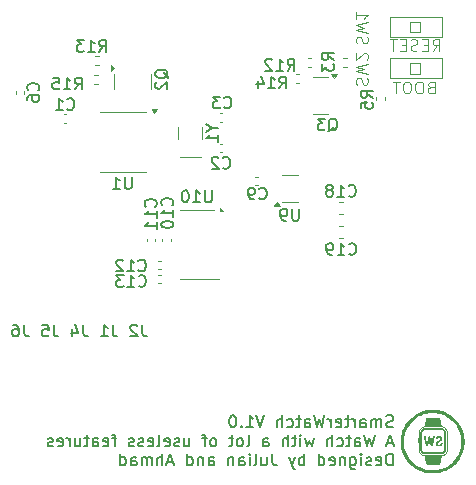
<source format=gbr>
%TF.GenerationSoftware,KiCad,Pcbnew,9.0.4*%
%TF.CreationDate,2025-09-25T23:06:36-04:00*%
%TF.ProjectId,Smarter Watch Stuff,536d6172-7465-4722-9057-617463682053,rev?*%
%TF.SameCoordinates,Original*%
%TF.FileFunction,Legend,Bot*%
%TF.FilePolarity,Positive*%
%FSLAX46Y46*%
G04 Gerber Fmt 4.6, Leading zero omitted, Abs format (unit mm)*
G04 Created by KiCad (PCBNEW 9.0.4) date 2025-09-25 23:06:36*
%MOMM*%
%LPD*%
G01*
G04 APERTURE LIST*
%ADD10C,0.100000*%
%ADD11C,0.200000*%
%ADD12C,0.150000*%
%ADD13C,0.000000*%
%ADD14C,0.120000*%
G04 APERTURE END LIST*
D10*
X68762782Y-67048609D02*
X68619925Y-67096228D01*
X68619925Y-67096228D02*
X68572306Y-67143847D01*
X68572306Y-67143847D02*
X68524687Y-67239085D01*
X68524687Y-67239085D02*
X68524687Y-67381942D01*
X68524687Y-67381942D02*
X68572306Y-67477180D01*
X68572306Y-67477180D02*
X68619925Y-67524800D01*
X68619925Y-67524800D02*
X68715163Y-67572419D01*
X68715163Y-67572419D02*
X69096115Y-67572419D01*
X69096115Y-67572419D02*
X69096115Y-66572419D01*
X69096115Y-66572419D02*
X68762782Y-66572419D01*
X68762782Y-66572419D02*
X68667544Y-66620038D01*
X68667544Y-66620038D02*
X68619925Y-66667657D01*
X68619925Y-66667657D02*
X68572306Y-66762895D01*
X68572306Y-66762895D02*
X68572306Y-66858133D01*
X68572306Y-66858133D02*
X68619925Y-66953371D01*
X68619925Y-66953371D02*
X68667544Y-67000990D01*
X68667544Y-67000990D02*
X68762782Y-67048609D01*
X68762782Y-67048609D02*
X69096115Y-67048609D01*
X67905639Y-66572419D02*
X67715163Y-66572419D01*
X67715163Y-66572419D02*
X67619925Y-66620038D01*
X67619925Y-66620038D02*
X67524687Y-66715276D01*
X67524687Y-66715276D02*
X67477068Y-66905752D01*
X67477068Y-66905752D02*
X67477068Y-67239085D01*
X67477068Y-67239085D02*
X67524687Y-67429561D01*
X67524687Y-67429561D02*
X67619925Y-67524800D01*
X67619925Y-67524800D02*
X67715163Y-67572419D01*
X67715163Y-67572419D02*
X67905639Y-67572419D01*
X67905639Y-67572419D02*
X68000877Y-67524800D01*
X68000877Y-67524800D02*
X68096115Y-67429561D01*
X68096115Y-67429561D02*
X68143734Y-67239085D01*
X68143734Y-67239085D02*
X68143734Y-66905752D01*
X68143734Y-66905752D02*
X68096115Y-66715276D01*
X68096115Y-66715276D02*
X68000877Y-66620038D01*
X68000877Y-66620038D02*
X67905639Y-66572419D01*
X66858020Y-66572419D02*
X66667544Y-66572419D01*
X66667544Y-66572419D02*
X66572306Y-66620038D01*
X66572306Y-66620038D02*
X66477068Y-66715276D01*
X66477068Y-66715276D02*
X66429449Y-66905752D01*
X66429449Y-66905752D02*
X66429449Y-67239085D01*
X66429449Y-67239085D02*
X66477068Y-67429561D01*
X66477068Y-67429561D02*
X66572306Y-67524800D01*
X66572306Y-67524800D02*
X66667544Y-67572419D01*
X66667544Y-67572419D02*
X66858020Y-67572419D01*
X66858020Y-67572419D02*
X66953258Y-67524800D01*
X66953258Y-67524800D02*
X67048496Y-67429561D01*
X67048496Y-67429561D02*
X67096115Y-67239085D01*
X67096115Y-67239085D02*
X67096115Y-66905752D01*
X67096115Y-66905752D02*
X67048496Y-66715276D01*
X67048496Y-66715276D02*
X66953258Y-66620038D01*
X66953258Y-66620038D02*
X66858020Y-66572419D01*
X66143734Y-66572419D02*
X65572306Y-66572419D01*
X65858020Y-67572419D02*
X65858020Y-66572419D01*
X68924687Y-63972419D02*
X69258020Y-63496228D01*
X69496115Y-63972419D02*
X69496115Y-62972419D01*
X69496115Y-62972419D02*
X69115163Y-62972419D01*
X69115163Y-62972419D02*
X69019925Y-63020038D01*
X69019925Y-63020038D02*
X68972306Y-63067657D01*
X68972306Y-63067657D02*
X68924687Y-63162895D01*
X68924687Y-63162895D02*
X68924687Y-63305752D01*
X68924687Y-63305752D02*
X68972306Y-63400990D01*
X68972306Y-63400990D02*
X69019925Y-63448609D01*
X69019925Y-63448609D02*
X69115163Y-63496228D01*
X69115163Y-63496228D02*
X69496115Y-63496228D01*
X68496115Y-63448609D02*
X68162782Y-63448609D01*
X68019925Y-63972419D02*
X68496115Y-63972419D01*
X68496115Y-63972419D02*
X68496115Y-62972419D01*
X68496115Y-62972419D02*
X68019925Y-62972419D01*
X67638972Y-63924800D02*
X67496115Y-63972419D01*
X67496115Y-63972419D02*
X67258020Y-63972419D01*
X67258020Y-63972419D02*
X67162782Y-63924800D01*
X67162782Y-63924800D02*
X67115163Y-63877180D01*
X67115163Y-63877180D02*
X67067544Y-63781942D01*
X67067544Y-63781942D02*
X67067544Y-63686704D01*
X67067544Y-63686704D02*
X67115163Y-63591466D01*
X67115163Y-63591466D02*
X67162782Y-63543847D01*
X67162782Y-63543847D02*
X67258020Y-63496228D01*
X67258020Y-63496228D02*
X67448496Y-63448609D01*
X67448496Y-63448609D02*
X67543734Y-63400990D01*
X67543734Y-63400990D02*
X67591353Y-63353371D01*
X67591353Y-63353371D02*
X67638972Y-63258133D01*
X67638972Y-63258133D02*
X67638972Y-63162895D01*
X67638972Y-63162895D02*
X67591353Y-63067657D01*
X67591353Y-63067657D02*
X67543734Y-63020038D01*
X67543734Y-63020038D02*
X67448496Y-62972419D01*
X67448496Y-62972419D02*
X67210401Y-62972419D01*
X67210401Y-62972419D02*
X67067544Y-63020038D01*
X66638972Y-63448609D02*
X66305639Y-63448609D01*
X66162782Y-63972419D02*
X66638972Y-63972419D01*
X66638972Y-63972419D02*
X66638972Y-62972419D01*
X66638972Y-62972419D02*
X66162782Y-62972419D01*
X65877067Y-62972419D02*
X65305639Y-62972419D01*
X65591353Y-63972419D02*
X65591353Y-62972419D01*
D11*
X65577945Y-95799712D02*
X65435088Y-95847331D01*
X65435088Y-95847331D02*
X65196993Y-95847331D01*
X65196993Y-95847331D02*
X65101755Y-95799712D01*
X65101755Y-95799712D02*
X65054136Y-95752092D01*
X65054136Y-95752092D02*
X65006517Y-95656854D01*
X65006517Y-95656854D02*
X65006517Y-95561616D01*
X65006517Y-95561616D02*
X65054136Y-95466378D01*
X65054136Y-95466378D02*
X65101755Y-95418759D01*
X65101755Y-95418759D02*
X65196993Y-95371140D01*
X65196993Y-95371140D02*
X65387469Y-95323521D01*
X65387469Y-95323521D02*
X65482707Y-95275902D01*
X65482707Y-95275902D02*
X65530326Y-95228283D01*
X65530326Y-95228283D02*
X65577945Y-95133045D01*
X65577945Y-95133045D02*
X65577945Y-95037807D01*
X65577945Y-95037807D02*
X65530326Y-94942569D01*
X65530326Y-94942569D02*
X65482707Y-94894950D01*
X65482707Y-94894950D02*
X65387469Y-94847331D01*
X65387469Y-94847331D02*
X65149374Y-94847331D01*
X65149374Y-94847331D02*
X65006517Y-94894950D01*
X64577945Y-95847331D02*
X64577945Y-95180664D01*
X64577945Y-95275902D02*
X64530326Y-95228283D01*
X64530326Y-95228283D02*
X64435088Y-95180664D01*
X64435088Y-95180664D02*
X64292231Y-95180664D01*
X64292231Y-95180664D02*
X64196993Y-95228283D01*
X64196993Y-95228283D02*
X64149374Y-95323521D01*
X64149374Y-95323521D02*
X64149374Y-95847331D01*
X64149374Y-95323521D02*
X64101755Y-95228283D01*
X64101755Y-95228283D02*
X64006517Y-95180664D01*
X64006517Y-95180664D02*
X63863660Y-95180664D01*
X63863660Y-95180664D02*
X63768421Y-95228283D01*
X63768421Y-95228283D02*
X63720802Y-95323521D01*
X63720802Y-95323521D02*
X63720802Y-95847331D01*
X62816041Y-95847331D02*
X62816041Y-95323521D01*
X62816041Y-95323521D02*
X62863660Y-95228283D01*
X62863660Y-95228283D02*
X62958898Y-95180664D01*
X62958898Y-95180664D02*
X63149374Y-95180664D01*
X63149374Y-95180664D02*
X63244612Y-95228283D01*
X62816041Y-95799712D02*
X62911279Y-95847331D01*
X62911279Y-95847331D02*
X63149374Y-95847331D01*
X63149374Y-95847331D02*
X63244612Y-95799712D01*
X63244612Y-95799712D02*
X63292231Y-95704473D01*
X63292231Y-95704473D02*
X63292231Y-95609235D01*
X63292231Y-95609235D02*
X63244612Y-95513997D01*
X63244612Y-95513997D02*
X63149374Y-95466378D01*
X63149374Y-95466378D02*
X62911279Y-95466378D01*
X62911279Y-95466378D02*
X62816041Y-95418759D01*
X62339850Y-95847331D02*
X62339850Y-95180664D01*
X62339850Y-95371140D02*
X62292231Y-95275902D01*
X62292231Y-95275902D02*
X62244612Y-95228283D01*
X62244612Y-95228283D02*
X62149374Y-95180664D01*
X62149374Y-95180664D02*
X62054136Y-95180664D01*
X61863659Y-95180664D02*
X61482707Y-95180664D01*
X61720802Y-94847331D02*
X61720802Y-95704473D01*
X61720802Y-95704473D02*
X61673183Y-95799712D01*
X61673183Y-95799712D02*
X61577945Y-95847331D01*
X61577945Y-95847331D02*
X61482707Y-95847331D01*
X60768421Y-95799712D02*
X60863659Y-95847331D01*
X60863659Y-95847331D02*
X61054135Y-95847331D01*
X61054135Y-95847331D02*
X61149373Y-95799712D01*
X61149373Y-95799712D02*
X61196992Y-95704473D01*
X61196992Y-95704473D02*
X61196992Y-95323521D01*
X61196992Y-95323521D02*
X61149373Y-95228283D01*
X61149373Y-95228283D02*
X61054135Y-95180664D01*
X61054135Y-95180664D02*
X60863659Y-95180664D01*
X60863659Y-95180664D02*
X60768421Y-95228283D01*
X60768421Y-95228283D02*
X60720802Y-95323521D01*
X60720802Y-95323521D02*
X60720802Y-95418759D01*
X60720802Y-95418759D02*
X61196992Y-95513997D01*
X60292230Y-95847331D02*
X60292230Y-95180664D01*
X60292230Y-95371140D02*
X60244611Y-95275902D01*
X60244611Y-95275902D02*
X60196992Y-95228283D01*
X60196992Y-95228283D02*
X60101754Y-95180664D01*
X60101754Y-95180664D02*
X60006516Y-95180664D01*
X59768420Y-94847331D02*
X59530325Y-95847331D01*
X59530325Y-95847331D02*
X59339849Y-95133045D01*
X59339849Y-95133045D02*
X59149373Y-95847331D01*
X59149373Y-95847331D02*
X58911278Y-94847331D01*
X58101754Y-95847331D02*
X58101754Y-95323521D01*
X58101754Y-95323521D02*
X58149373Y-95228283D01*
X58149373Y-95228283D02*
X58244611Y-95180664D01*
X58244611Y-95180664D02*
X58435087Y-95180664D01*
X58435087Y-95180664D02*
X58530325Y-95228283D01*
X58101754Y-95799712D02*
X58196992Y-95847331D01*
X58196992Y-95847331D02*
X58435087Y-95847331D01*
X58435087Y-95847331D02*
X58530325Y-95799712D01*
X58530325Y-95799712D02*
X58577944Y-95704473D01*
X58577944Y-95704473D02*
X58577944Y-95609235D01*
X58577944Y-95609235D02*
X58530325Y-95513997D01*
X58530325Y-95513997D02*
X58435087Y-95466378D01*
X58435087Y-95466378D02*
X58196992Y-95466378D01*
X58196992Y-95466378D02*
X58101754Y-95418759D01*
X57768420Y-95180664D02*
X57387468Y-95180664D01*
X57625563Y-94847331D02*
X57625563Y-95704473D01*
X57625563Y-95704473D02*
X57577944Y-95799712D01*
X57577944Y-95799712D02*
X57482706Y-95847331D01*
X57482706Y-95847331D02*
X57387468Y-95847331D01*
X56625563Y-95799712D02*
X56720801Y-95847331D01*
X56720801Y-95847331D02*
X56911277Y-95847331D01*
X56911277Y-95847331D02*
X57006515Y-95799712D01*
X57006515Y-95799712D02*
X57054134Y-95752092D01*
X57054134Y-95752092D02*
X57101753Y-95656854D01*
X57101753Y-95656854D02*
X57101753Y-95371140D01*
X57101753Y-95371140D02*
X57054134Y-95275902D01*
X57054134Y-95275902D02*
X57006515Y-95228283D01*
X57006515Y-95228283D02*
X56911277Y-95180664D01*
X56911277Y-95180664D02*
X56720801Y-95180664D01*
X56720801Y-95180664D02*
X56625563Y-95228283D01*
X56196991Y-95847331D02*
X56196991Y-94847331D01*
X55768420Y-95847331D02*
X55768420Y-95323521D01*
X55768420Y-95323521D02*
X55816039Y-95228283D01*
X55816039Y-95228283D02*
X55911277Y-95180664D01*
X55911277Y-95180664D02*
X56054134Y-95180664D01*
X56054134Y-95180664D02*
X56149372Y-95228283D01*
X56149372Y-95228283D02*
X56196991Y-95275902D01*
X54673181Y-94847331D02*
X54339848Y-95847331D01*
X54339848Y-95847331D02*
X54006515Y-94847331D01*
X53149372Y-95847331D02*
X53720800Y-95847331D01*
X53435086Y-95847331D02*
X53435086Y-94847331D01*
X53435086Y-94847331D02*
X53530324Y-94990188D01*
X53530324Y-94990188D02*
X53625562Y-95085426D01*
X53625562Y-95085426D02*
X53720800Y-95133045D01*
X52720800Y-95752092D02*
X52673181Y-95799712D01*
X52673181Y-95799712D02*
X52720800Y-95847331D01*
X52720800Y-95847331D02*
X52768419Y-95799712D01*
X52768419Y-95799712D02*
X52720800Y-95752092D01*
X52720800Y-95752092D02*
X52720800Y-95847331D01*
X52054134Y-94847331D02*
X51958896Y-94847331D01*
X51958896Y-94847331D02*
X51863658Y-94894950D01*
X51863658Y-94894950D02*
X51816039Y-94942569D01*
X51816039Y-94942569D02*
X51768420Y-95037807D01*
X51768420Y-95037807D02*
X51720801Y-95228283D01*
X51720801Y-95228283D02*
X51720801Y-95466378D01*
X51720801Y-95466378D02*
X51768420Y-95656854D01*
X51768420Y-95656854D02*
X51816039Y-95752092D01*
X51816039Y-95752092D02*
X51863658Y-95799712D01*
X51863658Y-95799712D02*
X51958896Y-95847331D01*
X51958896Y-95847331D02*
X52054134Y-95847331D01*
X52054134Y-95847331D02*
X52149372Y-95799712D01*
X52149372Y-95799712D02*
X52196991Y-95752092D01*
X52196991Y-95752092D02*
X52244610Y-95656854D01*
X52244610Y-95656854D02*
X52292229Y-95466378D01*
X52292229Y-95466378D02*
X52292229Y-95228283D01*
X52292229Y-95228283D02*
X52244610Y-95037807D01*
X52244610Y-95037807D02*
X52196991Y-94942569D01*
X52196991Y-94942569D02*
X52149372Y-94894950D01*
X52149372Y-94894950D02*
X52054134Y-94847331D01*
X65577945Y-97171560D02*
X65101755Y-97171560D01*
X65673183Y-97457275D02*
X65339850Y-96457275D01*
X65339850Y-96457275D02*
X65006517Y-97457275D01*
X64006516Y-96457275D02*
X63768421Y-97457275D01*
X63768421Y-97457275D02*
X63577945Y-96742989D01*
X63577945Y-96742989D02*
X63387469Y-97457275D01*
X63387469Y-97457275D02*
X63149374Y-96457275D01*
X62339850Y-97457275D02*
X62339850Y-96933465D01*
X62339850Y-96933465D02*
X62387469Y-96838227D01*
X62387469Y-96838227D02*
X62482707Y-96790608D01*
X62482707Y-96790608D02*
X62673183Y-96790608D01*
X62673183Y-96790608D02*
X62768421Y-96838227D01*
X62339850Y-97409656D02*
X62435088Y-97457275D01*
X62435088Y-97457275D02*
X62673183Y-97457275D01*
X62673183Y-97457275D02*
X62768421Y-97409656D01*
X62768421Y-97409656D02*
X62816040Y-97314417D01*
X62816040Y-97314417D02*
X62816040Y-97219179D01*
X62816040Y-97219179D02*
X62768421Y-97123941D01*
X62768421Y-97123941D02*
X62673183Y-97076322D01*
X62673183Y-97076322D02*
X62435088Y-97076322D01*
X62435088Y-97076322D02*
X62339850Y-97028703D01*
X62006516Y-96790608D02*
X61625564Y-96790608D01*
X61863659Y-96457275D02*
X61863659Y-97314417D01*
X61863659Y-97314417D02*
X61816040Y-97409656D01*
X61816040Y-97409656D02*
X61720802Y-97457275D01*
X61720802Y-97457275D02*
X61625564Y-97457275D01*
X60863659Y-97409656D02*
X60958897Y-97457275D01*
X60958897Y-97457275D02*
X61149373Y-97457275D01*
X61149373Y-97457275D02*
X61244611Y-97409656D01*
X61244611Y-97409656D02*
X61292230Y-97362036D01*
X61292230Y-97362036D02*
X61339849Y-97266798D01*
X61339849Y-97266798D02*
X61339849Y-96981084D01*
X61339849Y-96981084D02*
X61292230Y-96885846D01*
X61292230Y-96885846D02*
X61244611Y-96838227D01*
X61244611Y-96838227D02*
X61149373Y-96790608D01*
X61149373Y-96790608D02*
X60958897Y-96790608D01*
X60958897Y-96790608D02*
X60863659Y-96838227D01*
X60435087Y-97457275D02*
X60435087Y-96457275D01*
X60006516Y-97457275D02*
X60006516Y-96933465D01*
X60006516Y-96933465D02*
X60054135Y-96838227D01*
X60054135Y-96838227D02*
X60149373Y-96790608D01*
X60149373Y-96790608D02*
X60292230Y-96790608D01*
X60292230Y-96790608D02*
X60387468Y-96838227D01*
X60387468Y-96838227D02*
X60435087Y-96885846D01*
X58863658Y-96790608D02*
X58673182Y-97457275D01*
X58673182Y-97457275D02*
X58482706Y-96981084D01*
X58482706Y-96981084D02*
X58292230Y-97457275D01*
X58292230Y-97457275D02*
X58101754Y-96790608D01*
X57720801Y-97457275D02*
X57720801Y-96790608D01*
X57720801Y-96457275D02*
X57768420Y-96504894D01*
X57768420Y-96504894D02*
X57720801Y-96552513D01*
X57720801Y-96552513D02*
X57673182Y-96504894D01*
X57673182Y-96504894D02*
X57720801Y-96457275D01*
X57720801Y-96457275D02*
X57720801Y-96552513D01*
X57387468Y-96790608D02*
X57006516Y-96790608D01*
X57244611Y-96457275D02*
X57244611Y-97314417D01*
X57244611Y-97314417D02*
X57196992Y-97409656D01*
X57196992Y-97409656D02*
X57101754Y-97457275D01*
X57101754Y-97457275D02*
X57006516Y-97457275D01*
X56673182Y-97457275D02*
X56673182Y-96457275D01*
X56244611Y-97457275D02*
X56244611Y-96933465D01*
X56244611Y-96933465D02*
X56292230Y-96838227D01*
X56292230Y-96838227D02*
X56387468Y-96790608D01*
X56387468Y-96790608D02*
X56530325Y-96790608D01*
X56530325Y-96790608D02*
X56625563Y-96838227D01*
X56625563Y-96838227D02*
X56673182Y-96885846D01*
X54577944Y-97457275D02*
X54577944Y-96933465D01*
X54577944Y-96933465D02*
X54625563Y-96838227D01*
X54625563Y-96838227D02*
X54720801Y-96790608D01*
X54720801Y-96790608D02*
X54911277Y-96790608D01*
X54911277Y-96790608D02*
X55006515Y-96838227D01*
X54577944Y-97409656D02*
X54673182Y-97457275D01*
X54673182Y-97457275D02*
X54911277Y-97457275D01*
X54911277Y-97457275D02*
X55006515Y-97409656D01*
X55006515Y-97409656D02*
X55054134Y-97314417D01*
X55054134Y-97314417D02*
X55054134Y-97219179D01*
X55054134Y-97219179D02*
X55006515Y-97123941D01*
X55006515Y-97123941D02*
X54911277Y-97076322D01*
X54911277Y-97076322D02*
X54673182Y-97076322D01*
X54673182Y-97076322D02*
X54577944Y-97028703D01*
X53196991Y-97457275D02*
X53292229Y-97409656D01*
X53292229Y-97409656D02*
X53339848Y-97314417D01*
X53339848Y-97314417D02*
X53339848Y-96457275D01*
X52673181Y-97457275D02*
X52768419Y-97409656D01*
X52768419Y-97409656D02*
X52816038Y-97362036D01*
X52816038Y-97362036D02*
X52863657Y-97266798D01*
X52863657Y-97266798D02*
X52863657Y-96981084D01*
X52863657Y-96981084D02*
X52816038Y-96885846D01*
X52816038Y-96885846D02*
X52768419Y-96838227D01*
X52768419Y-96838227D02*
X52673181Y-96790608D01*
X52673181Y-96790608D02*
X52530324Y-96790608D01*
X52530324Y-96790608D02*
X52435086Y-96838227D01*
X52435086Y-96838227D02*
X52387467Y-96885846D01*
X52387467Y-96885846D02*
X52339848Y-96981084D01*
X52339848Y-96981084D02*
X52339848Y-97266798D01*
X52339848Y-97266798D02*
X52387467Y-97362036D01*
X52387467Y-97362036D02*
X52435086Y-97409656D01*
X52435086Y-97409656D02*
X52530324Y-97457275D01*
X52530324Y-97457275D02*
X52673181Y-97457275D01*
X52054133Y-96790608D02*
X51673181Y-96790608D01*
X51911276Y-96457275D02*
X51911276Y-97314417D01*
X51911276Y-97314417D02*
X51863657Y-97409656D01*
X51863657Y-97409656D02*
X51768419Y-97457275D01*
X51768419Y-97457275D02*
X51673181Y-97457275D01*
X50435085Y-97457275D02*
X50530323Y-97409656D01*
X50530323Y-97409656D02*
X50577942Y-97362036D01*
X50577942Y-97362036D02*
X50625561Y-97266798D01*
X50625561Y-97266798D02*
X50625561Y-96981084D01*
X50625561Y-96981084D02*
X50577942Y-96885846D01*
X50577942Y-96885846D02*
X50530323Y-96838227D01*
X50530323Y-96838227D02*
X50435085Y-96790608D01*
X50435085Y-96790608D02*
X50292228Y-96790608D01*
X50292228Y-96790608D02*
X50196990Y-96838227D01*
X50196990Y-96838227D02*
X50149371Y-96885846D01*
X50149371Y-96885846D02*
X50101752Y-96981084D01*
X50101752Y-96981084D02*
X50101752Y-97266798D01*
X50101752Y-97266798D02*
X50149371Y-97362036D01*
X50149371Y-97362036D02*
X50196990Y-97409656D01*
X50196990Y-97409656D02*
X50292228Y-97457275D01*
X50292228Y-97457275D02*
X50435085Y-97457275D01*
X49816037Y-96790608D02*
X49435085Y-96790608D01*
X49673180Y-97457275D02*
X49673180Y-96600132D01*
X49673180Y-96600132D02*
X49625561Y-96504894D01*
X49625561Y-96504894D02*
X49530323Y-96457275D01*
X49530323Y-96457275D02*
X49435085Y-96457275D01*
X47911275Y-96790608D02*
X47911275Y-97457275D01*
X48339846Y-96790608D02*
X48339846Y-97314417D01*
X48339846Y-97314417D02*
X48292227Y-97409656D01*
X48292227Y-97409656D02*
X48196989Y-97457275D01*
X48196989Y-97457275D02*
X48054132Y-97457275D01*
X48054132Y-97457275D02*
X47958894Y-97409656D01*
X47958894Y-97409656D02*
X47911275Y-97362036D01*
X47482703Y-97409656D02*
X47387465Y-97457275D01*
X47387465Y-97457275D02*
X47196989Y-97457275D01*
X47196989Y-97457275D02*
X47101751Y-97409656D01*
X47101751Y-97409656D02*
X47054132Y-97314417D01*
X47054132Y-97314417D02*
X47054132Y-97266798D01*
X47054132Y-97266798D02*
X47101751Y-97171560D01*
X47101751Y-97171560D02*
X47196989Y-97123941D01*
X47196989Y-97123941D02*
X47339846Y-97123941D01*
X47339846Y-97123941D02*
X47435084Y-97076322D01*
X47435084Y-97076322D02*
X47482703Y-96981084D01*
X47482703Y-96981084D02*
X47482703Y-96933465D01*
X47482703Y-96933465D02*
X47435084Y-96838227D01*
X47435084Y-96838227D02*
X47339846Y-96790608D01*
X47339846Y-96790608D02*
X47196989Y-96790608D01*
X47196989Y-96790608D02*
X47101751Y-96838227D01*
X46244608Y-97409656D02*
X46339846Y-97457275D01*
X46339846Y-97457275D02*
X46530322Y-97457275D01*
X46530322Y-97457275D02*
X46625560Y-97409656D01*
X46625560Y-97409656D02*
X46673179Y-97314417D01*
X46673179Y-97314417D02*
X46673179Y-96933465D01*
X46673179Y-96933465D02*
X46625560Y-96838227D01*
X46625560Y-96838227D02*
X46530322Y-96790608D01*
X46530322Y-96790608D02*
X46339846Y-96790608D01*
X46339846Y-96790608D02*
X46244608Y-96838227D01*
X46244608Y-96838227D02*
X46196989Y-96933465D01*
X46196989Y-96933465D02*
X46196989Y-97028703D01*
X46196989Y-97028703D02*
X46673179Y-97123941D01*
X45625560Y-97457275D02*
X45720798Y-97409656D01*
X45720798Y-97409656D02*
X45768417Y-97314417D01*
X45768417Y-97314417D02*
X45768417Y-96457275D01*
X44863655Y-97409656D02*
X44958893Y-97457275D01*
X44958893Y-97457275D02*
X45149369Y-97457275D01*
X45149369Y-97457275D02*
X45244607Y-97409656D01*
X45244607Y-97409656D02*
X45292226Y-97314417D01*
X45292226Y-97314417D02*
X45292226Y-96933465D01*
X45292226Y-96933465D02*
X45244607Y-96838227D01*
X45244607Y-96838227D02*
X45149369Y-96790608D01*
X45149369Y-96790608D02*
X44958893Y-96790608D01*
X44958893Y-96790608D02*
X44863655Y-96838227D01*
X44863655Y-96838227D02*
X44816036Y-96933465D01*
X44816036Y-96933465D02*
X44816036Y-97028703D01*
X44816036Y-97028703D02*
X45292226Y-97123941D01*
X44435083Y-97409656D02*
X44339845Y-97457275D01*
X44339845Y-97457275D02*
X44149369Y-97457275D01*
X44149369Y-97457275D02*
X44054131Y-97409656D01*
X44054131Y-97409656D02*
X44006512Y-97314417D01*
X44006512Y-97314417D02*
X44006512Y-97266798D01*
X44006512Y-97266798D02*
X44054131Y-97171560D01*
X44054131Y-97171560D02*
X44149369Y-97123941D01*
X44149369Y-97123941D02*
X44292226Y-97123941D01*
X44292226Y-97123941D02*
X44387464Y-97076322D01*
X44387464Y-97076322D02*
X44435083Y-96981084D01*
X44435083Y-96981084D02*
X44435083Y-96933465D01*
X44435083Y-96933465D02*
X44387464Y-96838227D01*
X44387464Y-96838227D02*
X44292226Y-96790608D01*
X44292226Y-96790608D02*
X44149369Y-96790608D01*
X44149369Y-96790608D02*
X44054131Y-96838227D01*
X43625559Y-97409656D02*
X43530321Y-97457275D01*
X43530321Y-97457275D02*
X43339845Y-97457275D01*
X43339845Y-97457275D02*
X43244607Y-97409656D01*
X43244607Y-97409656D02*
X43196988Y-97314417D01*
X43196988Y-97314417D02*
X43196988Y-97266798D01*
X43196988Y-97266798D02*
X43244607Y-97171560D01*
X43244607Y-97171560D02*
X43339845Y-97123941D01*
X43339845Y-97123941D02*
X43482702Y-97123941D01*
X43482702Y-97123941D02*
X43577940Y-97076322D01*
X43577940Y-97076322D02*
X43625559Y-96981084D01*
X43625559Y-96981084D02*
X43625559Y-96933465D01*
X43625559Y-96933465D02*
X43577940Y-96838227D01*
X43577940Y-96838227D02*
X43482702Y-96790608D01*
X43482702Y-96790608D02*
X43339845Y-96790608D01*
X43339845Y-96790608D02*
X43244607Y-96838227D01*
X42149368Y-96790608D02*
X41768416Y-96790608D01*
X42006511Y-97457275D02*
X42006511Y-96600132D01*
X42006511Y-96600132D02*
X41958892Y-96504894D01*
X41958892Y-96504894D02*
X41863654Y-96457275D01*
X41863654Y-96457275D02*
X41768416Y-96457275D01*
X41054130Y-97409656D02*
X41149368Y-97457275D01*
X41149368Y-97457275D02*
X41339844Y-97457275D01*
X41339844Y-97457275D02*
X41435082Y-97409656D01*
X41435082Y-97409656D02*
X41482701Y-97314417D01*
X41482701Y-97314417D02*
X41482701Y-96933465D01*
X41482701Y-96933465D02*
X41435082Y-96838227D01*
X41435082Y-96838227D02*
X41339844Y-96790608D01*
X41339844Y-96790608D02*
X41149368Y-96790608D01*
X41149368Y-96790608D02*
X41054130Y-96838227D01*
X41054130Y-96838227D02*
X41006511Y-96933465D01*
X41006511Y-96933465D02*
X41006511Y-97028703D01*
X41006511Y-97028703D02*
X41482701Y-97123941D01*
X40149368Y-97457275D02*
X40149368Y-96933465D01*
X40149368Y-96933465D02*
X40196987Y-96838227D01*
X40196987Y-96838227D02*
X40292225Y-96790608D01*
X40292225Y-96790608D02*
X40482701Y-96790608D01*
X40482701Y-96790608D02*
X40577939Y-96838227D01*
X40149368Y-97409656D02*
X40244606Y-97457275D01*
X40244606Y-97457275D02*
X40482701Y-97457275D01*
X40482701Y-97457275D02*
X40577939Y-97409656D01*
X40577939Y-97409656D02*
X40625558Y-97314417D01*
X40625558Y-97314417D02*
X40625558Y-97219179D01*
X40625558Y-97219179D02*
X40577939Y-97123941D01*
X40577939Y-97123941D02*
X40482701Y-97076322D01*
X40482701Y-97076322D02*
X40244606Y-97076322D01*
X40244606Y-97076322D02*
X40149368Y-97028703D01*
X39816034Y-96790608D02*
X39435082Y-96790608D01*
X39673177Y-96457275D02*
X39673177Y-97314417D01*
X39673177Y-97314417D02*
X39625558Y-97409656D01*
X39625558Y-97409656D02*
X39530320Y-97457275D01*
X39530320Y-97457275D02*
X39435082Y-97457275D01*
X38673177Y-96790608D02*
X38673177Y-97457275D01*
X39101748Y-96790608D02*
X39101748Y-97314417D01*
X39101748Y-97314417D02*
X39054129Y-97409656D01*
X39054129Y-97409656D02*
X38958891Y-97457275D01*
X38958891Y-97457275D02*
X38816034Y-97457275D01*
X38816034Y-97457275D02*
X38720796Y-97409656D01*
X38720796Y-97409656D02*
X38673177Y-97362036D01*
X38196986Y-97457275D02*
X38196986Y-96790608D01*
X38196986Y-96981084D02*
X38149367Y-96885846D01*
X38149367Y-96885846D02*
X38101748Y-96838227D01*
X38101748Y-96838227D02*
X38006510Y-96790608D01*
X38006510Y-96790608D02*
X37911272Y-96790608D01*
X37196986Y-97409656D02*
X37292224Y-97457275D01*
X37292224Y-97457275D02*
X37482700Y-97457275D01*
X37482700Y-97457275D02*
X37577938Y-97409656D01*
X37577938Y-97409656D02*
X37625557Y-97314417D01*
X37625557Y-97314417D02*
X37625557Y-96933465D01*
X37625557Y-96933465D02*
X37577938Y-96838227D01*
X37577938Y-96838227D02*
X37482700Y-96790608D01*
X37482700Y-96790608D02*
X37292224Y-96790608D01*
X37292224Y-96790608D02*
X37196986Y-96838227D01*
X37196986Y-96838227D02*
X37149367Y-96933465D01*
X37149367Y-96933465D02*
X37149367Y-97028703D01*
X37149367Y-97028703D02*
X37625557Y-97123941D01*
X36768414Y-97409656D02*
X36673176Y-97457275D01*
X36673176Y-97457275D02*
X36482700Y-97457275D01*
X36482700Y-97457275D02*
X36387462Y-97409656D01*
X36387462Y-97409656D02*
X36339843Y-97314417D01*
X36339843Y-97314417D02*
X36339843Y-97266798D01*
X36339843Y-97266798D02*
X36387462Y-97171560D01*
X36387462Y-97171560D02*
X36482700Y-97123941D01*
X36482700Y-97123941D02*
X36625557Y-97123941D01*
X36625557Y-97123941D02*
X36720795Y-97076322D01*
X36720795Y-97076322D02*
X36768414Y-96981084D01*
X36768414Y-96981084D02*
X36768414Y-96933465D01*
X36768414Y-96933465D02*
X36720795Y-96838227D01*
X36720795Y-96838227D02*
X36625557Y-96790608D01*
X36625557Y-96790608D02*
X36482700Y-96790608D01*
X36482700Y-96790608D02*
X36387462Y-96838227D01*
X65530326Y-99067219D02*
X65530326Y-98067219D01*
X65530326Y-98067219D02*
X65292231Y-98067219D01*
X65292231Y-98067219D02*
X65149374Y-98114838D01*
X65149374Y-98114838D02*
X65054136Y-98210076D01*
X65054136Y-98210076D02*
X65006517Y-98305314D01*
X65006517Y-98305314D02*
X64958898Y-98495790D01*
X64958898Y-98495790D02*
X64958898Y-98638647D01*
X64958898Y-98638647D02*
X65006517Y-98829123D01*
X65006517Y-98829123D02*
X65054136Y-98924361D01*
X65054136Y-98924361D02*
X65149374Y-99019600D01*
X65149374Y-99019600D02*
X65292231Y-99067219D01*
X65292231Y-99067219D02*
X65530326Y-99067219D01*
X64149374Y-99019600D02*
X64244612Y-99067219D01*
X64244612Y-99067219D02*
X64435088Y-99067219D01*
X64435088Y-99067219D02*
X64530326Y-99019600D01*
X64530326Y-99019600D02*
X64577945Y-98924361D01*
X64577945Y-98924361D02*
X64577945Y-98543409D01*
X64577945Y-98543409D02*
X64530326Y-98448171D01*
X64530326Y-98448171D02*
X64435088Y-98400552D01*
X64435088Y-98400552D02*
X64244612Y-98400552D01*
X64244612Y-98400552D02*
X64149374Y-98448171D01*
X64149374Y-98448171D02*
X64101755Y-98543409D01*
X64101755Y-98543409D02*
X64101755Y-98638647D01*
X64101755Y-98638647D02*
X64577945Y-98733885D01*
X63720802Y-99019600D02*
X63625564Y-99067219D01*
X63625564Y-99067219D02*
X63435088Y-99067219D01*
X63435088Y-99067219D02*
X63339850Y-99019600D01*
X63339850Y-99019600D02*
X63292231Y-98924361D01*
X63292231Y-98924361D02*
X63292231Y-98876742D01*
X63292231Y-98876742D02*
X63339850Y-98781504D01*
X63339850Y-98781504D02*
X63435088Y-98733885D01*
X63435088Y-98733885D02*
X63577945Y-98733885D01*
X63577945Y-98733885D02*
X63673183Y-98686266D01*
X63673183Y-98686266D02*
X63720802Y-98591028D01*
X63720802Y-98591028D02*
X63720802Y-98543409D01*
X63720802Y-98543409D02*
X63673183Y-98448171D01*
X63673183Y-98448171D02*
X63577945Y-98400552D01*
X63577945Y-98400552D02*
X63435088Y-98400552D01*
X63435088Y-98400552D02*
X63339850Y-98448171D01*
X62863659Y-99067219D02*
X62863659Y-98400552D01*
X62863659Y-98067219D02*
X62911278Y-98114838D01*
X62911278Y-98114838D02*
X62863659Y-98162457D01*
X62863659Y-98162457D02*
X62816040Y-98114838D01*
X62816040Y-98114838D02*
X62863659Y-98067219D01*
X62863659Y-98067219D02*
X62863659Y-98162457D01*
X61958898Y-98400552D02*
X61958898Y-99210076D01*
X61958898Y-99210076D02*
X62006517Y-99305314D01*
X62006517Y-99305314D02*
X62054136Y-99352933D01*
X62054136Y-99352933D02*
X62149374Y-99400552D01*
X62149374Y-99400552D02*
X62292231Y-99400552D01*
X62292231Y-99400552D02*
X62387469Y-99352933D01*
X61958898Y-99019600D02*
X62054136Y-99067219D01*
X62054136Y-99067219D02*
X62244612Y-99067219D01*
X62244612Y-99067219D02*
X62339850Y-99019600D01*
X62339850Y-99019600D02*
X62387469Y-98971980D01*
X62387469Y-98971980D02*
X62435088Y-98876742D01*
X62435088Y-98876742D02*
X62435088Y-98591028D01*
X62435088Y-98591028D02*
X62387469Y-98495790D01*
X62387469Y-98495790D02*
X62339850Y-98448171D01*
X62339850Y-98448171D02*
X62244612Y-98400552D01*
X62244612Y-98400552D02*
X62054136Y-98400552D01*
X62054136Y-98400552D02*
X61958898Y-98448171D01*
X61482707Y-98400552D02*
X61482707Y-99067219D01*
X61482707Y-98495790D02*
X61435088Y-98448171D01*
X61435088Y-98448171D02*
X61339850Y-98400552D01*
X61339850Y-98400552D02*
X61196993Y-98400552D01*
X61196993Y-98400552D02*
X61101755Y-98448171D01*
X61101755Y-98448171D02*
X61054136Y-98543409D01*
X61054136Y-98543409D02*
X61054136Y-99067219D01*
X60196993Y-99019600D02*
X60292231Y-99067219D01*
X60292231Y-99067219D02*
X60482707Y-99067219D01*
X60482707Y-99067219D02*
X60577945Y-99019600D01*
X60577945Y-99019600D02*
X60625564Y-98924361D01*
X60625564Y-98924361D02*
X60625564Y-98543409D01*
X60625564Y-98543409D02*
X60577945Y-98448171D01*
X60577945Y-98448171D02*
X60482707Y-98400552D01*
X60482707Y-98400552D02*
X60292231Y-98400552D01*
X60292231Y-98400552D02*
X60196993Y-98448171D01*
X60196993Y-98448171D02*
X60149374Y-98543409D01*
X60149374Y-98543409D02*
X60149374Y-98638647D01*
X60149374Y-98638647D02*
X60625564Y-98733885D01*
X59292231Y-99067219D02*
X59292231Y-98067219D01*
X59292231Y-99019600D02*
X59387469Y-99067219D01*
X59387469Y-99067219D02*
X59577945Y-99067219D01*
X59577945Y-99067219D02*
X59673183Y-99019600D01*
X59673183Y-99019600D02*
X59720802Y-98971980D01*
X59720802Y-98971980D02*
X59768421Y-98876742D01*
X59768421Y-98876742D02*
X59768421Y-98591028D01*
X59768421Y-98591028D02*
X59720802Y-98495790D01*
X59720802Y-98495790D02*
X59673183Y-98448171D01*
X59673183Y-98448171D02*
X59577945Y-98400552D01*
X59577945Y-98400552D02*
X59387469Y-98400552D01*
X59387469Y-98400552D02*
X59292231Y-98448171D01*
X58054135Y-99067219D02*
X58054135Y-98067219D01*
X58054135Y-98448171D02*
X57958897Y-98400552D01*
X57958897Y-98400552D02*
X57768421Y-98400552D01*
X57768421Y-98400552D02*
X57673183Y-98448171D01*
X57673183Y-98448171D02*
X57625564Y-98495790D01*
X57625564Y-98495790D02*
X57577945Y-98591028D01*
X57577945Y-98591028D02*
X57577945Y-98876742D01*
X57577945Y-98876742D02*
X57625564Y-98971980D01*
X57625564Y-98971980D02*
X57673183Y-99019600D01*
X57673183Y-99019600D02*
X57768421Y-99067219D01*
X57768421Y-99067219D02*
X57958897Y-99067219D01*
X57958897Y-99067219D02*
X58054135Y-99019600D01*
X57244611Y-98400552D02*
X57006516Y-99067219D01*
X56768421Y-98400552D02*
X57006516Y-99067219D01*
X57006516Y-99067219D02*
X57101754Y-99305314D01*
X57101754Y-99305314D02*
X57149373Y-99352933D01*
X57149373Y-99352933D02*
X57244611Y-99400552D01*
X55339849Y-98067219D02*
X55339849Y-98781504D01*
X55339849Y-98781504D02*
X55387468Y-98924361D01*
X55387468Y-98924361D02*
X55482706Y-99019600D01*
X55482706Y-99019600D02*
X55625563Y-99067219D01*
X55625563Y-99067219D02*
X55720801Y-99067219D01*
X54435087Y-98400552D02*
X54435087Y-99067219D01*
X54863658Y-98400552D02*
X54863658Y-98924361D01*
X54863658Y-98924361D02*
X54816039Y-99019600D01*
X54816039Y-99019600D02*
X54720801Y-99067219D01*
X54720801Y-99067219D02*
X54577944Y-99067219D01*
X54577944Y-99067219D02*
X54482706Y-99019600D01*
X54482706Y-99019600D02*
X54435087Y-98971980D01*
X53816039Y-99067219D02*
X53911277Y-99019600D01*
X53911277Y-99019600D02*
X53958896Y-98924361D01*
X53958896Y-98924361D02*
X53958896Y-98067219D01*
X53435086Y-99067219D02*
X53435086Y-98400552D01*
X53435086Y-98067219D02*
X53482705Y-98114838D01*
X53482705Y-98114838D02*
X53435086Y-98162457D01*
X53435086Y-98162457D02*
X53387467Y-98114838D01*
X53387467Y-98114838D02*
X53435086Y-98067219D01*
X53435086Y-98067219D02*
X53435086Y-98162457D01*
X52530325Y-99067219D02*
X52530325Y-98543409D01*
X52530325Y-98543409D02*
X52577944Y-98448171D01*
X52577944Y-98448171D02*
X52673182Y-98400552D01*
X52673182Y-98400552D02*
X52863658Y-98400552D01*
X52863658Y-98400552D02*
X52958896Y-98448171D01*
X52530325Y-99019600D02*
X52625563Y-99067219D01*
X52625563Y-99067219D02*
X52863658Y-99067219D01*
X52863658Y-99067219D02*
X52958896Y-99019600D01*
X52958896Y-99019600D02*
X53006515Y-98924361D01*
X53006515Y-98924361D02*
X53006515Y-98829123D01*
X53006515Y-98829123D02*
X52958896Y-98733885D01*
X52958896Y-98733885D02*
X52863658Y-98686266D01*
X52863658Y-98686266D02*
X52625563Y-98686266D01*
X52625563Y-98686266D02*
X52530325Y-98638647D01*
X52054134Y-98400552D02*
X52054134Y-99067219D01*
X52054134Y-98495790D02*
X52006515Y-98448171D01*
X52006515Y-98448171D02*
X51911277Y-98400552D01*
X51911277Y-98400552D02*
X51768420Y-98400552D01*
X51768420Y-98400552D02*
X51673182Y-98448171D01*
X51673182Y-98448171D02*
X51625563Y-98543409D01*
X51625563Y-98543409D02*
X51625563Y-99067219D01*
X49958896Y-99067219D02*
X49958896Y-98543409D01*
X49958896Y-98543409D02*
X50006515Y-98448171D01*
X50006515Y-98448171D02*
X50101753Y-98400552D01*
X50101753Y-98400552D02*
X50292229Y-98400552D01*
X50292229Y-98400552D02*
X50387467Y-98448171D01*
X49958896Y-99019600D02*
X50054134Y-99067219D01*
X50054134Y-99067219D02*
X50292229Y-99067219D01*
X50292229Y-99067219D02*
X50387467Y-99019600D01*
X50387467Y-99019600D02*
X50435086Y-98924361D01*
X50435086Y-98924361D02*
X50435086Y-98829123D01*
X50435086Y-98829123D02*
X50387467Y-98733885D01*
X50387467Y-98733885D02*
X50292229Y-98686266D01*
X50292229Y-98686266D02*
X50054134Y-98686266D01*
X50054134Y-98686266D02*
X49958896Y-98638647D01*
X49482705Y-98400552D02*
X49482705Y-99067219D01*
X49482705Y-98495790D02*
X49435086Y-98448171D01*
X49435086Y-98448171D02*
X49339848Y-98400552D01*
X49339848Y-98400552D02*
X49196991Y-98400552D01*
X49196991Y-98400552D02*
X49101753Y-98448171D01*
X49101753Y-98448171D02*
X49054134Y-98543409D01*
X49054134Y-98543409D02*
X49054134Y-99067219D01*
X48149372Y-99067219D02*
X48149372Y-98067219D01*
X48149372Y-99019600D02*
X48244610Y-99067219D01*
X48244610Y-99067219D02*
X48435086Y-99067219D01*
X48435086Y-99067219D02*
X48530324Y-99019600D01*
X48530324Y-99019600D02*
X48577943Y-98971980D01*
X48577943Y-98971980D02*
X48625562Y-98876742D01*
X48625562Y-98876742D02*
X48625562Y-98591028D01*
X48625562Y-98591028D02*
X48577943Y-98495790D01*
X48577943Y-98495790D02*
X48530324Y-98448171D01*
X48530324Y-98448171D02*
X48435086Y-98400552D01*
X48435086Y-98400552D02*
X48244610Y-98400552D01*
X48244610Y-98400552D02*
X48149372Y-98448171D01*
X46958895Y-98781504D02*
X46482705Y-98781504D01*
X47054133Y-99067219D02*
X46720800Y-98067219D01*
X46720800Y-98067219D02*
X46387467Y-99067219D01*
X46054133Y-99067219D02*
X46054133Y-98067219D01*
X45625562Y-99067219D02*
X45625562Y-98543409D01*
X45625562Y-98543409D02*
X45673181Y-98448171D01*
X45673181Y-98448171D02*
X45768419Y-98400552D01*
X45768419Y-98400552D02*
X45911276Y-98400552D01*
X45911276Y-98400552D02*
X46006514Y-98448171D01*
X46006514Y-98448171D02*
X46054133Y-98495790D01*
X45149371Y-99067219D02*
X45149371Y-98400552D01*
X45149371Y-98495790D02*
X45101752Y-98448171D01*
X45101752Y-98448171D02*
X45006514Y-98400552D01*
X45006514Y-98400552D02*
X44863657Y-98400552D01*
X44863657Y-98400552D02*
X44768419Y-98448171D01*
X44768419Y-98448171D02*
X44720800Y-98543409D01*
X44720800Y-98543409D02*
X44720800Y-99067219D01*
X44720800Y-98543409D02*
X44673181Y-98448171D01*
X44673181Y-98448171D02*
X44577943Y-98400552D01*
X44577943Y-98400552D02*
X44435086Y-98400552D01*
X44435086Y-98400552D02*
X44339847Y-98448171D01*
X44339847Y-98448171D02*
X44292228Y-98543409D01*
X44292228Y-98543409D02*
X44292228Y-99067219D01*
X43387467Y-99067219D02*
X43387467Y-98543409D01*
X43387467Y-98543409D02*
X43435086Y-98448171D01*
X43435086Y-98448171D02*
X43530324Y-98400552D01*
X43530324Y-98400552D02*
X43720800Y-98400552D01*
X43720800Y-98400552D02*
X43816038Y-98448171D01*
X43387467Y-99019600D02*
X43482705Y-99067219D01*
X43482705Y-99067219D02*
X43720800Y-99067219D01*
X43720800Y-99067219D02*
X43816038Y-99019600D01*
X43816038Y-99019600D02*
X43863657Y-98924361D01*
X43863657Y-98924361D02*
X43863657Y-98829123D01*
X43863657Y-98829123D02*
X43816038Y-98733885D01*
X43816038Y-98733885D02*
X43720800Y-98686266D01*
X43720800Y-98686266D02*
X43482705Y-98686266D01*
X43482705Y-98686266D02*
X43387467Y-98638647D01*
X42482705Y-99067219D02*
X42482705Y-98067219D01*
X42482705Y-99019600D02*
X42577943Y-99067219D01*
X42577943Y-99067219D02*
X42768419Y-99067219D01*
X42768419Y-99067219D02*
X42863657Y-99019600D01*
X42863657Y-99019600D02*
X42911276Y-98971980D01*
X42911276Y-98971980D02*
X42958895Y-98876742D01*
X42958895Y-98876742D02*
X42958895Y-98591028D01*
X42958895Y-98591028D02*
X42911276Y-98495790D01*
X42911276Y-98495790D02*
X42863657Y-98448171D01*
X42863657Y-98448171D02*
X42768419Y-98400552D01*
X42768419Y-98400552D02*
X42577943Y-98400552D01*
X42577943Y-98400552D02*
X42482705Y-98448171D01*
D12*
X61842857Y-81159580D02*
X61890476Y-81207200D01*
X61890476Y-81207200D02*
X62033333Y-81254819D01*
X62033333Y-81254819D02*
X62128571Y-81254819D01*
X62128571Y-81254819D02*
X62271428Y-81207200D01*
X62271428Y-81207200D02*
X62366666Y-81111961D01*
X62366666Y-81111961D02*
X62414285Y-81016723D01*
X62414285Y-81016723D02*
X62461904Y-80826247D01*
X62461904Y-80826247D02*
X62461904Y-80683390D01*
X62461904Y-80683390D02*
X62414285Y-80492914D01*
X62414285Y-80492914D02*
X62366666Y-80397676D01*
X62366666Y-80397676D02*
X62271428Y-80302438D01*
X62271428Y-80302438D02*
X62128571Y-80254819D01*
X62128571Y-80254819D02*
X62033333Y-80254819D01*
X62033333Y-80254819D02*
X61890476Y-80302438D01*
X61890476Y-80302438D02*
X61842857Y-80350057D01*
X60890476Y-81254819D02*
X61461904Y-81254819D01*
X61176190Y-81254819D02*
X61176190Y-80254819D01*
X61176190Y-80254819D02*
X61271428Y-80397676D01*
X61271428Y-80397676D02*
X61366666Y-80492914D01*
X61366666Y-80492914D02*
X61461904Y-80540533D01*
X60414285Y-81254819D02*
X60223809Y-81254819D01*
X60223809Y-81254819D02*
X60128571Y-81207200D01*
X60128571Y-81207200D02*
X60080952Y-81159580D01*
X60080952Y-81159580D02*
X59985714Y-81016723D01*
X59985714Y-81016723D02*
X59938095Y-80826247D01*
X59938095Y-80826247D02*
X59938095Y-80445295D01*
X59938095Y-80445295D02*
X59985714Y-80350057D01*
X59985714Y-80350057D02*
X60033333Y-80302438D01*
X60033333Y-80302438D02*
X60128571Y-80254819D01*
X60128571Y-80254819D02*
X60319047Y-80254819D01*
X60319047Y-80254819D02*
X60414285Y-80302438D01*
X60414285Y-80302438D02*
X60461904Y-80350057D01*
X60461904Y-80350057D02*
X60509523Y-80445295D01*
X60509523Y-80445295D02*
X60509523Y-80683390D01*
X60509523Y-80683390D02*
X60461904Y-80778628D01*
X60461904Y-80778628D02*
X60414285Y-80826247D01*
X60414285Y-80826247D02*
X60319047Y-80873866D01*
X60319047Y-80873866D02*
X60128571Y-80873866D01*
X60128571Y-80873866D02*
X60033333Y-80826247D01*
X60033333Y-80826247D02*
X59985714Y-80778628D01*
X59985714Y-80778628D02*
X59938095Y-80683390D01*
X46859580Y-77057142D02*
X46907200Y-77009523D01*
X46907200Y-77009523D02*
X46954819Y-76866666D01*
X46954819Y-76866666D02*
X46954819Y-76771428D01*
X46954819Y-76771428D02*
X46907200Y-76628571D01*
X46907200Y-76628571D02*
X46811961Y-76533333D01*
X46811961Y-76533333D02*
X46716723Y-76485714D01*
X46716723Y-76485714D02*
X46526247Y-76438095D01*
X46526247Y-76438095D02*
X46383390Y-76438095D01*
X46383390Y-76438095D02*
X46192914Y-76485714D01*
X46192914Y-76485714D02*
X46097676Y-76533333D01*
X46097676Y-76533333D02*
X46002438Y-76628571D01*
X46002438Y-76628571D02*
X45954819Y-76771428D01*
X45954819Y-76771428D02*
X45954819Y-76866666D01*
X45954819Y-76866666D02*
X46002438Y-77009523D01*
X46002438Y-77009523D02*
X46050057Y-77057142D01*
X46954819Y-78009523D02*
X46954819Y-77438095D01*
X46954819Y-77723809D02*
X45954819Y-77723809D01*
X45954819Y-77723809D02*
X46097676Y-77628571D01*
X46097676Y-77628571D02*
X46192914Y-77533333D01*
X46192914Y-77533333D02*
X46240533Y-77438095D01*
X45954819Y-78628571D02*
X45954819Y-78723809D01*
X45954819Y-78723809D02*
X46002438Y-78819047D01*
X46002438Y-78819047D02*
X46050057Y-78866666D01*
X46050057Y-78866666D02*
X46145295Y-78914285D01*
X46145295Y-78914285D02*
X46335771Y-78961904D01*
X46335771Y-78961904D02*
X46573866Y-78961904D01*
X46573866Y-78961904D02*
X46764342Y-78914285D01*
X46764342Y-78914285D02*
X46859580Y-78866666D01*
X46859580Y-78866666D02*
X46907200Y-78819047D01*
X46907200Y-78819047D02*
X46954819Y-78723809D01*
X46954819Y-78723809D02*
X46954819Y-78628571D01*
X46954819Y-78628571D02*
X46907200Y-78533333D01*
X46907200Y-78533333D02*
X46859580Y-78485714D01*
X46859580Y-78485714D02*
X46764342Y-78438095D01*
X46764342Y-78438095D02*
X46573866Y-78390476D01*
X46573866Y-78390476D02*
X46335771Y-78390476D01*
X46335771Y-78390476D02*
X46145295Y-78438095D01*
X46145295Y-78438095D02*
X46050057Y-78485714D01*
X46050057Y-78485714D02*
X46002438Y-78533333D01*
X46002438Y-78533333D02*
X45954819Y-78628571D01*
X45459580Y-77157142D02*
X45507200Y-77109523D01*
X45507200Y-77109523D02*
X45554819Y-76966666D01*
X45554819Y-76966666D02*
X45554819Y-76871428D01*
X45554819Y-76871428D02*
X45507200Y-76728571D01*
X45507200Y-76728571D02*
X45411961Y-76633333D01*
X45411961Y-76633333D02*
X45316723Y-76585714D01*
X45316723Y-76585714D02*
X45126247Y-76538095D01*
X45126247Y-76538095D02*
X44983390Y-76538095D01*
X44983390Y-76538095D02*
X44792914Y-76585714D01*
X44792914Y-76585714D02*
X44697676Y-76633333D01*
X44697676Y-76633333D02*
X44602438Y-76728571D01*
X44602438Y-76728571D02*
X44554819Y-76871428D01*
X44554819Y-76871428D02*
X44554819Y-76966666D01*
X44554819Y-76966666D02*
X44602438Y-77109523D01*
X44602438Y-77109523D02*
X44650057Y-77157142D01*
X45554819Y-78109523D02*
X45554819Y-77538095D01*
X45554819Y-77823809D02*
X44554819Y-77823809D01*
X44554819Y-77823809D02*
X44697676Y-77728571D01*
X44697676Y-77728571D02*
X44792914Y-77633333D01*
X44792914Y-77633333D02*
X44840533Y-77538095D01*
X45554819Y-79061904D02*
X45554819Y-78490476D01*
X45554819Y-78776190D02*
X44554819Y-78776190D01*
X44554819Y-78776190D02*
X44697676Y-78680952D01*
X44697676Y-78680952D02*
X44792914Y-78585714D01*
X44792914Y-78585714D02*
X44840533Y-78490476D01*
X44022857Y-82559580D02*
X44070476Y-82607200D01*
X44070476Y-82607200D02*
X44213333Y-82654819D01*
X44213333Y-82654819D02*
X44308571Y-82654819D01*
X44308571Y-82654819D02*
X44451428Y-82607200D01*
X44451428Y-82607200D02*
X44546666Y-82511961D01*
X44546666Y-82511961D02*
X44594285Y-82416723D01*
X44594285Y-82416723D02*
X44641904Y-82226247D01*
X44641904Y-82226247D02*
X44641904Y-82083390D01*
X44641904Y-82083390D02*
X44594285Y-81892914D01*
X44594285Y-81892914D02*
X44546666Y-81797676D01*
X44546666Y-81797676D02*
X44451428Y-81702438D01*
X44451428Y-81702438D02*
X44308571Y-81654819D01*
X44308571Y-81654819D02*
X44213333Y-81654819D01*
X44213333Y-81654819D02*
X44070476Y-81702438D01*
X44070476Y-81702438D02*
X44022857Y-81750057D01*
X43070476Y-82654819D02*
X43641904Y-82654819D01*
X43356190Y-82654819D02*
X43356190Y-81654819D01*
X43356190Y-81654819D02*
X43451428Y-81797676D01*
X43451428Y-81797676D02*
X43546666Y-81892914D01*
X43546666Y-81892914D02*
X43641904Y-81940533D01*
X42689523Y-81750057D02*
X42641904Y-81702438D01*
X42641904Y-81702438D02*
X42546666Y-81654819D01*
X42546666Y-81654819D02*
X42308571Y-81654819D01*
X42308571Y-81654819D02*
X42213333Y-81702438D01*
X42213333Y-81702438D02*
X42165714Y-81750057D01*
X42165714Y-81750057D02*
X42118095Y-81845295D01*
X42118095Y-81845295D02*
X42118095Y-81940533D01*
X42118095Y-81940533D02*
X42165714Y-82083390D01*
X42165714Y-82083390D02*
X42737142Y-82654819D01*
X42737142Y-82654819D02*
X42118095Y-82654819D01*
X51266666Y-68759580D02*
X51314285Y-68807200D01*
X51314285Y-68807200D02*
X51457142Y-68854819D01*
X51457142Y-68854819D02*
X51552380Y-68854819D01*
X51552380Y-68854819D02*
X51695237Y-68807200D01*
X51695237Y-68807200D02*
X51790475Y-68711961D01*
X51790475Y-68711961D02*
X51838094Y-68616723D01*
X51838094Y-68616723D02*
X51885713Y-68426247D01*
X51885713Y-68426247D02*
X51885713Y-68283390D01*
X51885713Y-68283390D02*
X51838094Y-68092914D01*
X51838094Y-68092914D02*
X51790475Y-67997676D01*
X51790475Y-67997676D02*
X51695237Y-67902438D01*
X51695237Y-67902438D02*
X51552380Y-67854819D01*
X51552380Y-67854819D02*
X51457142Y-67854819D01*
X51457142Y-67854819D02*
X51314285Y-67902438D01*
X51314285Y-67902438D02*
X51266666Y-67950057D01*
X50933332Y-67854819D02*
X50314285Y-67854819D01*
X50314285Y-67854819D02*
X50647618Y-68235771D01*
X50647618Y-68235771D02*
X50504761Y-68235771D01*
X50504761Y-68235771D02*
X50409523Y-68283390D01*
X50409523Y-68283390D02*
X50361904Y-68331009D01*
X50361904Y-68331009D02*
X50314285Y-68426247D01*
X50314285Y-68426247D02*
X50314285Y-68664342D01*
X50314285Y-68664342D02*
X50361904Y-68759580D01*
X50361904Y-68759580D02*
X50409523Y-68807200D01*
X50409523Y-68807200D02*
X50504761Y-68854819D01*
X50504761Y-68854819D02*
X50790475Y-68854819D01*
X50790475Y-68854819D02*
X50885713Y-68807200D01*
X50885713Y-68807200D02*
X50933332Y-68759580D01*
X44042857Y-83859580D02*
X44090476Y-83907200D01*
X44090476Y-83907200D02*
X44233333Y-83954819D01*
X44233333Y-83954819D02*
X44328571Y-83954819D01*
X44328571Y-83954819D02*
X44471428Y-83907200D01*
X44471428Y-83907200D02*
X44566666Y-83811961D01*
X44566666Y-83811961D02*
X44614285Y-83716723D01*
X44614285Y-83716723D02*
X44661904Y-83526247D01*
X44661904Y-83526247D02*
X44661904Y-83383390D01*
X44661904Y-83383390D02*
X44614285Y-83192914D01*
X44614285Y-83192914D02*
X44566666Y-83097676D01*
X44566666Y-83097676D02*
X44471428Y-83002438D01*
X44471428Y-83002438D02*
X44328571Y-82954819D01*
X44328571Y-82954819D02*
X44233333Y-82954819D01*
X44233333Y-82954819D02*
X44090476Y-83002438D01*
X44090476Y-83002438D02*
X44042857Y-83050057D01*
X43090476Y-83954819D02*
X43661904Y-83954819D01*
X43376190Y-83954819D02*
X43376190Y-82954819D01*
X43376190Y-82954819D02*
X43471428Y-83097676D01*
X43471428Y-83097676D02*
X43566666Y-83192914D01*
X43566666Y-83192914D02*
X43661904Y-83240533D01*
X42757142Y-82954819D02*
X42138095Y-82954819D01*
X42138095Y-82954819D02*
X42471428Y-83335771D01*
X42471428Y-83335771D02*
X42328571Y-83335771D01*
X42328571Y-83335771D02*
X42233333Y-83383390D01*
X42233333Y-83383390D02*
X42185714Y-83431009D01*
X42185714Y-83431009D02*
X42138095Y-83526247D01*
X42138095Y-83526247D02*
X42138095Y-83764342D01*
X42138095Y-83764342D02*
X42185714Y-83859580D01*
X42185714Y-83859580D02*
X42233333Y-83907200D01*
X42233333Y-83907200D02*
X42328571Y-83954819D01*
X42328571Y-83954819D02*
X42614285Y-83954819D01*
X42614285Y-83954819D02*
X42709523Y-83907200D01*
X42709523Y-83907200D02*
X42757142Y-83859580D01*
X43436904Y-74654819D02*
X43436904Y-75464342D01*
X43436904Y-75464342D02*
X43389285Y-75559580D01*
X43389285Y-75559580D02*
X43341666Y-75607200D01*
X43341666Y-75607200D02*
X43246428Y-75654819D01*
X43246428Y-75654819D02*
X43055952Y-75654819D01*
X43055952Y-75654819D02*
X42960714Y-75607200D01*
X42960714Y-75607200D02*
X42913095Y-75559580D01*
X42913095Y-75559580D02*
X42865476Y-75464342D01*
X42865476Y-75464342D02*
X42865476Y-74654819D01*
X41865476Y-75654819D02*
X42436904Y-75654819D01*
X42151190Y-75654819D02*
X42151190Y-74654819D01*
X42151190Y-74654819D02*
X42246428Y-74797676D01*
X42246428Y-74797676D02*
X42341666Y-74892914D01*
X42341666Y-74892914D02*
X42436904Y-74940533D01*
X35519580Y-67313333D02*
X35567200Y-67265714D01*
X35567200Y-67265714D02*
X35614819Y-67122857D01*
X35614819Y-67122857D02*
X35614819Y-67027619D01*
X35614819Y-67027619D02*
X35567200Y-66884762D01*
X35567200Y-66884762D02*
X35471961Y-66789524D01*
X35471961Y-66789524D02*
X35376723Y-66741905D01*
X35376723Y-66741905D02*
X35186247Y-66694286D01*
X35186247Y-66694286D02*
X35043390Y-66694286D01*
X35043390Y-66694286D02*
X34852914Y-66741905D01*
X34852914Y-66741905D02*
X34757676Y-66789524D01*
X34757676Y-66789524D02*
X34662438Y-66884762D01*
X34662438Y-66884762D02*
X34614819Y-67027619D01*
X34614819Y-67027619D02*
X34614819Y-67122857D01*
X34614819Y-67122857D02*
X34662438Y-67265714D01*
X34662438Y-67265714D02*
X34710057Y-67313333D01*
X34614819Y-68170476D02*
X34614819Y-67980000D01*
X34614819Y-67980000D02*
X34662438Y-67884762D01*
X34662438Y-67884762D02*
X34710057Y-67837143D01*
X34710057Y-67837143D02*
X34852914Y-67741905D01*
X34852914Y-67741905D02*
X35043390Y-67694286D01*
X35043390Y-67694286D02*
X35424342Y-67694286D01*
X35424342Y-67694286D02*
X35519580Y-67741905D01*
X35519580Y-67741905D02*
X35567200Y-67789524D01*
X35567200Y-67789524D02*
X35614819Y-67884762D01*
X35614819Y-67884762D02*
X35614819Y-68075238D01*
X35614819Y-68075238D02*
X35567200Y-68170476D01*
X35567200Y-68170476D02*
X35519580Y-68218095D01*
X35519580Y-68218095D02*
X35424342Y-68265714D01*
X35424342Y-68265714D02*
X35186247Y-68265714D01*
X35186247Y-68265714D02*
X35091009Y-68218095D01*
X35091009Y-68218095D02*
X35043390Y-68170476D01*
X35043390Y-68170476D02*
X34995771Y-68075238D01*
X34995771Y-68075238D02*
X34995771Y-67884762D01*
X34995771Y-67884762D02*
X35043390Y-67789524D01*
X35043390Y-67789524D02*
X35091009Y-67741905D01*
X35091009Y-67741905D02*
X35186247Y-67694286D01*
X37986666Y-68899580D02*
X38034285Y-68947200D01*
X38034285Y-68947200D02*
X38177142Y-68994819D01*
X38177142Y-68994819D02*
X38272380Y-68994819D01*
X38272380Y-68994819D02*
X38415237Y-68947200D01*
X38415237Y-68947200D02*
X38510475Y-68851961D01*
X38510475Y-68851961D02*
X38558094Y-68756723D01*
X38558094Y-68756723D02*
X38605713Y-68566247D01*
X38605713Y-68566247D02*
X38605713Y-68423390D01*
X38605713Y-68423390D02*
X38558094Y-68232914D01*
X38558094Y-68232914D02*
X38510475Y-68137676D01*
X38510475Y-68137676D02*
X38415237Y-68042438D01*
X38415237Y-68042438D02*
X38272380Y-67994819D01*
X38272380Y-67994819D02*
X38177142Y-67994819D01*
X38177142Y-67994819D02*
X38034285Y-68042438D01*
X38034285Y-68042438D02*
X37986666Y-68090057D01*
X37034285Y-68994819D02*
X37605713Y-68994819D01*
X37319999Y-68994819D02*
X37319999Y-67994819D01*
X37319999Y-67994819D02*
X37415237Y-68137676D01*
X37415237Y-68137676D02*
X37510475Y-68232914D01*
X37510475Y-68232914D02*
X37605713Y-68280533D01*
X61817857Y-76229580D02*
X61865476Y-76277200D01*
X61865476Y-76277200D02*
X62008333Y-76324819D01*
X62008333Y-76324819D02*
X62103571Y-76324819D01*
X62103571Y-76324819D02*
X62246428Y-76277200D01*
X62246428Y-76277200D02*
X62341666Y-76181961D01*
X62341666Y-76181961D02*
X62389285Y-76086723D01*
X62389285Y-76086723D02*
X62436904Y-75896247D01*
X62436904Y-75896247D02*
X62436904Y-75753390D01*
X62436904Y-75753390D02*
X62389285Y-75562914D01*
X62389285Y-75562914D02*
X62341666Y-75467676D01*
X62341666Y-75467676D02*
X62246428Y-75372438D01*
X62246428Y-75372438D02*
X62103571Y-75324819D01*
X62103571Y-75324819D02*
X62008333Y-75324819D01*
X62008333Y-75324819D02*
X61865476Y-75372438D01*
X61865476Y-75372438D02*
X61817857Y-75420057D01*
X60865476Y-76324819D02*
X61436904Y-76324819D01*
X61151190Y-76324819D02*
X61151190Y-75324819D01*
X61151190Y-75324819D02*
X61246428Y-75467676D01*
X61246428Y-75467676D02*
X61341666Y-75562914D01*
X61341666Y-75562914D02*
X61436904Y-75610533D01*
X60294047Y-75753390D02*
X60389285Y-75705771D01*
X60389285Y-75705771D02*
X60436904Y-75658152D01*
X60436904Y-75658152D02*
X60484523Y-75562914D01*
X60484523Y-75562914D02*
X60484523Y-75515295D01*
X60484523Y-75515295D02*
X60436904Y-75420057D01*
X60436904Y-75420057D02*
X60389285Y-75372438D01*
X60389285Y-75372438D02*
X60294047Y-75324819D01*
X60294047Y-75324819D02*
X60103571Y-75324819D01*
X60103571Y-75324819D02*
X60008333Y-75372438D01*
X60008333Y-75372438D02*
X59960714Y-75420057D01*
X59960714Y-75420057D02*
X59913095Y-75515295D01*
X59913095Y-75515295D02*
X59913095Y-75562914D01*
X59913095Y-75562914D02*
X59960714Y-75658152D01*
X59960714Y-75658152D02*
X60008333Y-75705771D01*
X60008333Y-75705771D02*
X60103571Y-75753390D01*
X60103571Y-75753390D02*
X60294047Y-75753390D01*
X60294047Y-75753390D02*
X60389285Y-75801009D01*
X60389285Y-75801009D02*
X60436904Y-75848628D01*
X60436904Y-75848628D02*
X60484523Y-75943866D01*
X60484523Y-75943866D02*
X60484523Y-76134342D01*
X60484523Y-76134342D02*
X60436904Y-76229580D01*
X60436904Y-76229580D02*
X60389285Y-76277200D01*
X60389285Y-76277200D02*
X60294047Y-76324819D01*
X60294047Y-76324819D02*
X60103571Y-76324819D01*
X60103571Y-76324819D02*
X60008333Y-76277200D01*
X60008333Y-76277200D02*
X59960714Y-76229580D01*
X59960714Y-76229580D02*
X59913095Y-76134342D01*
X59913095Y-76134342D02*
X59913095Y-75943866D01*
X59913095Y-75943866D02*
X59960714Y-75848628D01*
X59960714Y-75848628D02*
X60008333Y-75801009D01*
X60008333Y-75801009D02*
X60103571Y-75753390D01*
X51166666Y-73859580D02*
X51214285Y-73907200D01*
X51214285Y-73907200D02*
X51357142Y-73954819D01*
X51357142Y-73954819D02*
X51452380Y-73954819D01*
X51452380Y-73954819D02*
X51595237Y-73907200D01*
X51595237Y-73907200D02*
X51690475Y-73811961D01*
X51690475Y-73811961D02*
X51738094Y-73716723D01*
X51738094Y-73716723D02*
X51785713Y-73526247D01*
X51785713Y-73526247D02*
X51785713Y-73383390D01*
X51785713Y-73383390D02*
X51738094Y-73192914D01*
X51738094Y-73192914D02*
X51690475Y-73097676D01*
X51690475Y-73097676D02*
X51595237Y-73002438D01*
X51595237Y-73002438D02*
X51452380Y-72954819D01*
X51452380Y-72954819D02*
X51357142Y-72954819D01*
X51357142Y-72954819D02*
X51214285Y-73002438D01*
X51214285Y-73002438D02*
X51166666Y-73050057D01*
X50785713Y-73050057D02*
X50738094Y-73002438D01*
X50738094Y-73002438D02*
X50642856Y-72954819D01*
X50642856Y-72954819D02*
X50404761Y-72954819D01*
X50404761Y-72954819D02*
X50309523Y-73002438D01*
X50309523Y-73002438D02*
X50261904Y-73050057D01*
X50261904Y-73050057D02*
X50214285Y-73145295D01*
X50214285Y-73145295D02*
X50214285Y-73240533D01*
X50214285Y-73240533D02*
X50261904Y-73383390D01*
X50261904Y-73383390D02*
X50833332Y-73954819D01*
X50833332Y-73954819D02*
X50214285Y-73954819D01*
X50278628Y-70473809D02*
X50754819Y-70473809D01*
X49754819Y-70140476D02*
X50278628Y-70473809D01*
X50278628Y-70473809D02*
X49754819Y-70807142D01*
X50754819Y-71664285D02*
X50754819Y-71092857D01*
X50754819Y-71378571D02*
X49754819Y-71378571D01*
X49754819Y-71378571D02*
X49897676Y-71283333D01*
X49897676Y-71283333D02*
X49992914Y-71188095D01*
X49992914Y-71188095D02*
X50040533Y-71092857D01*
X40692857Y-64054819D02*
X41026190Y-63578628D01*
X41264285Y-64054819D02*
X41264285Y-63054819D01*
X41264285Y-63054819D02*
X40883333Y-63054819D01*
X40883333Y-63054819D02*
X40788095Y-63102438D01*
X40788095Y-63102438D02*
X40740476Y-63150057D01*
X40740476Y-63150057D02*
X40692857Y-63245295D01*
X40692857Y-63245295D02*
X40692857Y-63388152D01*
X40692857Y-63388152D02*
X40740476Y-63483390D01*
X40740476Y-63483390D02*
X40788095Y-63531009D01*
X40788095Y-63531009D02*
X40883333Y-63578628D01*
X40883333Y-63578628D02*
X41264285Y-63578628D01*
X39740476Y-64054819D02*
X40311904Y-64054819D01*
X40026190Y-64054819D02*
X40026190Y-63054819D01*
X40026190Y-63054819D02*
X40121428Y-63197676D01*
X40121428Y-63197676D02*
X40216666Y-63292914D01*
X40216666Y-63292914D02*
X40311904Y-63340533D01*
X39407142Y-63054819D02*
X38788095Y-63054819D01*
X38788095Y-63054819D02*
X39121428Y-63435771D01*
X39121428Y-63435771D02*
X38978571Y-63435771D01*
X38978571Y-63435771D02*
X38883333Y-63483390D01*
X38883333Y-63483390D02*
X38835714Y-63531009D01*
X38835714Y-63531009D02*
X38788095Y-63626247D01*
X38788095Y-63626247D02*
X38788095Y-63864342D01*
X38788095Y-63864342D02*
X38835714Y-63959580D01*
X38835714Y-63959580D02*
X38883333Y-64007200D01*
X38883333Y-64007200D02*
X38978571Y-64054819D01*
X38978571Y-64054819D02*
X39264285Y-64054819D01*
X39264285Y-64054819D02*
X39359523Y-64007200D01*
X39359523Y-64007200D02*
X39407142Y-63959580D01*
X60095238Y-70800057D02*
X60190476Y-70752438D01*
X60190476Y-70752438D02*
X60285714Y-70657200D01*
X60285714Y-70657200D02*
X60428571Y-70514342D01*
X60428571Y-70514342D02*
X60523809Y-70466723D01*
X60523809Y-70466723D02*
X60619047Y-70466723D01*
X60571428Y-70704819D02*
X60666666Y-70657200D01*
X60666666Y-70657200D02*
X60761904Y-70561961D01*
X60761904Y-70561961D02*
X60809523Y-70371485D01*
X60809523Y-70371485D02*
X60809523Y-70038152D01*
X60809523Y-70038152D02*
X60761904Y-69847676D01*
X60761904Y-69847676D02*
X60666666Y-69752438D01*
X60666666Y-69752438D02*
X60571428Y-69704819D01*
X60571428Y-69704819D02*
X60380952Y-69704819D01*
X60380952Y-69704819D02*
X60285714Y-69752438D01*
X60285714Y-69752438D02*
X60190476Y-69847676D01*
X60190476Y-69847676D02*
X60142857Y-70038152D01*
X60142857Y-70038152D02*
X60142857Y-70371485D01*
X60142857Y-70371485D02*
X60190476Y-70561961D01*
X60190476Y-70561961D02*
X60285714Y-70657200D01*
X60285714Y-70657200D02*
X60380952Y-70704819D01*
X60380952Y-70704819D02*
X60571428Y-70704819D01*
X59809523Y-69704819D02*
X59190476Y-69704819D01*
X59190476Y-69704819D02*
X59523809Y-70085771D01*
X59523809Y-70085771D02*
X59380952Y-70085771D01*
X59380952Y-70085771D02*
X59285714Y-70133390D01*
X59285714Y-70133390D02*
X59238095Y-70181009D01*
X59238095Y-70181009D02*
X59190476Y-70276247D01*
X59190476Y-70276247D02*
X59190476Y-70514342D01*
X59190476Y-70514342D02*
X59238095Y-70609580D01*
X59238095Y-70609580D02*
X59285714Y-70657200D01*
X59285714Y-70657200D02*
X59380952Y-70704819D01*
X59380952Y-70704819D02*
X59666666Y-70704819D01*
X59666666Y-70704819D02*
X59761904Y-70657200D01*
X59761904Y-70657200D02*
X59809523Y-70609580D01*
X57611904Y-77354819D02*
X57611904Y-78164342D01*
X57611904Y-78164342D02*
X57564285Y-78259580D01*
X57564285Y-78259580D02*
X57516666Y-78307200D01*
X57516666Y-78307200D02*
X57421428Y-78354819D01*
X57421428Y-78354819D02*
X57230952Y-78354819D01*
X57230952Y-78354819D02*
X57135714Y-78307200D01*
X57135714Y-78307200D02*
X57088095Y-78259580D01*
X57088095Y-78259580D02*
X57040476Y-78164342D01*
X57040476Y-78164342D02*
X57040476Y-77354819D01*
X56516666Y-78354819D02*
X56326190Y-78354819D01*
X56326190Y-78354819D02*
X56230952Y-78307200D01*
X56230952Y-78307200D02*
X56183333Y-78259580D01*
X56183333Y-78259580D02*
X56088095Y-78116723D01*
X56088095Y-78116723D02*
X56040476Y-77926247D01*
X56040476Y-77926247D02*
X56040476Y-77545295D01*
X56040476Y-77545295D02*
X56088095Y-77450057D01*
X56088095Y-77450057D02*
X56135714Y-77402438D01*
X56135714Y-77402438D02*
X56230952Y-77354819D01*
X56230952Y-77354819D02*
X56421428Y-77354819D01*
X56421428Y-77354819D02*
X56516666Y-77402438D01*
X56516666Y-77402438D02*
X56564285Y-77450057D01*
X56564285Y-77450057D02*
X56611904Y-77545295D01*
X56611904Y-77545295D02*
X56611904Y-77783390D01*
X56611904Y-77783390D02*
X56564285Y-77878628D01*
X56564285Y-77878628D02*
X56516666Y-77926247D01*
X56516666Y-77926247D02*
X56421428Y-77973866D01*
X56421428Y-77973866D02*
X56230952Y-77973866D01*
X56230952Y-77973866D02*
X56135714Y-77926247D01*
X56135714Y-77926247D02*
X56088095Y-77878628D01*
X56088095Y-77878628D02*
X56040476Y-77783390D01*
X54246666Y-76459580D02*
X54294285Y-76507200D01*
X54294285Y-76507200D02*
X54437142Y-76554819D01*
X54437142Y-76554819D02*
X54532380Y-76554819D01*
X54532380Y-76554819D02*
X54675237Y-76507200D01*
X54675237Y-76507200D02*
X54770475Y-76411961D01*
X54770475Y-76411961D02*
X54818094Y-76316723D01*
X54818094Y-76316723D02*
X54865713Y-76126247D01*
X54865713Y-76126247D02*
X54865713Y-75983390D01*
X54865713Y-75983390D02*
X54818094Y-75792914D01*
X54818094Y-75792914D02*
X54770475Y-75697676D01*
X54770475Y-75697676D02*
X54675237Y-75602438D01*
X54675237Y-75602438D02*
X54532380Y-75554819D01*
X54532380Y-75554819D02*
X54437142Y-75554819D01*
X54437142Y-75554819D02*
X54294285Y-75602438D01*
X54294285Y-75602438D02*
X54246666Y-75650057D01*
X53770475Y-76554819D02*
X53579999Y-76554819D01*
X53579999Y-76554819D02*
X53484761Y-76507200D01*
X53484761Y-76507200D02*
X53437142Y-76459580D01*
X53437142Y-76459580D02*
X53341904Y-76316723D01*
X53341904Y-76316723D02*
X53294285Y-76126247D01*
X53294285Y-76126247D02*
X53294285Y-75745295D01*
X53294285Y-75745295D02*
X53341904Y-75650057D01*
X53341904Y-75650057D02*
X53389523Y-75602438D01*
X53389523Y-75602438D02*
X53484761Y-75554819D01*
X53484761Y-75554819D02*
X53675237Y-75554819D01*
X53675237Y-75554819D02*
X53770475Y-75602438D01*
X53770475Y-75602438D02*
X53818094Y-75650057D01*
X53818094Y-75650057D02*
X53865713Y-75745295D01*
X53865713Y-75745295D02*
X53865713Y-75983390D01*
X53865713Y-75983390D02*
X53818094Y-76078628D01*
X53818094Y-76078628D02*
X53770475Y-76126247D01*
X53770475Y-76126247D02*
X53675237Y-76173866D01*
X53675237Y-76173866D02*
X53484761Y-76173866D01*
X53484761Y-76173866D02*
X53389523Y-76126247D01*
X53389523Y-76126247D02*
X53341904Y-76078628D01*
X53341904Y-76078628D02*
X53294285Y-75983390D01*
X38642857Y-67234819D02*
X38976190Y-66758628D01*
X39214285Y-67234819D02*
X39214285Y-66234819D01*
X39214285Y-66234819D02*
X38833333Y-66234819D01*
X38833333Y-66234819D02*
X38738095Y-66282438D01*
X38738095Y-66282438D02*
X38690476Y-66330057D01*
X38690476Y-66330057D02*
X38642857Y-66425295D01*
X38642857Y-66425295D02*
X38642857Y-66568152D01*
X38642857Y-66568152D02*
X38690476Y-66663390D01*
X38690476Y-66663390D02*
X38738095Y-66711009D01*
X38738095Y-66711009D02*
X38833333Y-66758628D01*
X38833333Y-66758628D02*
X39214285Y-66758628D01*
X37690476Y-67234819D02*
X38261904Y-67234819D01*
X37976190Y-67234819D02*
X37976190Y-66234819D01*
X37976190Y-66234819D02*
X38071428Y-66377676D01*
X38071428Y-66377676D02*
X38166666Y-66472914D01*
X38166666Y-66472914D02*
X38261904Y-66520533D01*
X36785714Y-66234819D02*
X37261904Y-66234819D01*
X37261904Y-66234819D02*
X37309523Y-66711009D01*
X37309523Y-66711009D02*
X37261904Y-66663390D01*
X37261904Y-66663390D02*
X37166666Y-66615771D01*
X37166666Y-66615771D02*
X36928571Y-66615771D01*
X36928571Y-66615771D02*
X36833333Y-66663390D01*
X36833333Y-66663390D02*
X36785714Y-66711009D01*
X36785714Y-66711009D02*
X36738095Y-66806247D01*
X36738095Y-66806247D02*
X36738095Y-67044342D01*
X36738095Y-67044342D02*
X36785714Y-67139580D01*
X36785714Y-67139580D02*
X36833333Y-67187200D01*
X36833333Y-67187200D02*
X36928571Y-67234819D01*
X36928571Y-67234819D02*
X37166666Y-67234819D01*
X37166666Y-67234819D02*
X37261904Y-67187200D01*
X37261904Y-67187200D02*
X37309523Y-67139580D01*
X50218094Y-75784819D02*
X50218094Y-76594342D01*
X50218094Y-76594342D02*
X50170475Y-76689580D01*
X50170475Y-76689580D02*
X50122856Y-76737200D01*
X50122856Y-76737200D02*
X50027618Y-76784819D01*
X50027618Y-76784819D02*
X49837142Y-76784819D01*
X49837142Y-76784819D02*
X49741904Y-76737200D01*
X49741904Y-76737200D02*
X49694285Y-76689580D01*
X49694285Y-76689580D02*
X49646666Y-76594342D01*
X49646666Y-76594342D02*
X49646666Y-75784819D01*
X48646666Y-76784819D02*
X49218094Y-76784819D01*
X48932380Y-76784819D02*
X48932380Y-75784819D01*
X48932380Y-75784819D02*
X49027618Y-75927676D01*
X49027618Y-75927676D02*
X49122856Y-76022914D01*
X49122856Y-76022914D02*
X49218094Y-76070533D01*
X48027618Y-75784819D02*
X47932380Y-75784819D01*
X47932380Y-75784819D02*
X47837142Y-75832438D01*
X47837142Y-75832438D02*
X47789523Y-75880057D01*
X47789523Y-75880057D02*
X47741904Y-75975295D01*
X47741904Y-75975295D02*
X47694285Y-76165771D01*
X47694285Y-76165771D02*
X47694285Y-76403866D01*
X47694285Y-76403866D02*
X47741904Y-76594342D01*
X47741904Y-76594342D02*
X47789523Y-76689580D01*
X47789523Y-76689580D02*
X47837142Y-76737200D01*
X47837142Y-76737200D02*
X47932380Y-76784819D01*
X47932380Y-76784819D02*
X48027618Y-76784819D01*
X48027618Y-76784819D02*
X48122856Y-76737200D01*
X48122856Y-76737200D02*
X48170475Y-76689580D01*
X48170475Y-76689580D02*
X48218094Y-76594342D01*
X48218094Y-76594342D02*
X48265713Y-76403866D01*
X48265713Y-76403866D02*
X48265713Y-76165771D01*
X48265713Y-76165771D02*
X48218094Y-75975295D01*
X48218094Y-75975295D02*
X48170475Y-75880057D01*
X48170475Y-75880057D02*
X48122856Y-75832438D01*
X48122856Y-75832438D02*
X48027618Y-75784819D01*
X60554819Y-64733333D02*
X60078628Y-64400000D01*
X60554819Y-64161905D02*
X59554819Y-64161905D01*
X59554819Y-64161905D02*
X59554819Y-64542857D01*
X59554819Y-64542857D02*
X59602438Y-64638095D01*
X59602438Y-64638095D02*
X59650057Y-64685714D01*
X59650057Y-64685714D02*
X59745295Y-64733333D01*
X59745295Y-64733333D02*
X59888152Y-64733333D01*
X59888152Y-64733333D02*
X59983390Y-64685714D01*
X59983390Y-64685714D02*
X60031009Y-64638095D01*
X60031009Y-64638095D02*
X60078628Y-64542857D01*
X60078628Y-64542857D02*
X60078628Y-64161905D01*
X59554819Y-65066667D02*
X59554819Y-65685714D01*
X59554819Y-65685714D02*
X59935771Y-65352381D01*
X59935771Y-65352381D02*
X59935771Y-65495238D01*
X59935771Y-65495238D02*
X59983390Y-65590476D01*
X59983390Y-65590476D02*
X60031009Y-65638095D01*
X60031009Y-65638095D02*
X60126247Y-65685714D01*
X60126247Y-65685714D02*
X60364342Y-65685714D01*
X60364342Y-65685714D02*
X60459580Y-65638095D01*
X60459580Y-65638095D02*
X60507200Y-65590476D01*
X60507200Y-65590476D02*
X60554819Y-65495238D01*
X60554819Y-65495238D02*
X60554819Y-65209524D01*
X60554819Y-65209524D02*
X60507200Y-65114286D01*
X60507200Y-65114286D02*
X60459580Y-65066667D01*
D10*
X62490200Y-66833332D02*
X62442580Y-66690475D01*
X62442580Y-66690475D02*
X62442580Y-66452380D01*
X62442580Y-66452380D02*
X62490200Y-66357142D01*
X62490200Y-66357142D02*
X62537819Y-66309523D01*
X62537819Y-66309523D02*
X62633057Y-66261904D01*
X62633057Y-66261904D02*
X62728295Y-66261904D01*
X62728295Y-66261904D02*
X62823533Y-66309523D01*
X62823533Y-66309523D02*
X62871152Y-66357142D01*
X62871152Y-66357142D02*
X62918771Y-66452380D01*
X62918771Y-66452380D02*
X62966390Y-66642856D01*
X62966390Y-66642856D02*
X63014009Y-66738094D01*
X63014009Y-66738094D02*
X63061628Y-66785713D01*
X63061628Y-66785713D02*
X63156866Y-66833332D01*
X63156866Y-66833332D02*
X63252104Y-66833332D01*
X63252104Y-66833332D02*
X63347342Y-66785713D01*
X63347342Y-66785713D02*
X63394961Y-66738094D01*
X63394961Y-66738094D02*
X63442580Y-66642856D01*
X63442580Y-66642856D02*
X63442580Y-66404761D01*
X63442580Y-66404761D02*
X63394961Y-66261904D01*
X63442580Y-65928570D02*
X62442580Y-65690475D01*
X62442580Y-65690475D02*
X63156866Y-65499999D01*
X63156866Y-65499999D02*
X62442580Y-65309523D01*
X62442580Y-65309523D02*
X63442580Y-65071428D01*
X63347342Y-64738094D02*
X63394961Y-64690475D01*
X63394961Y-64690475D02*
X63442580Y-64595237D01*
X63442580Y-64595237D02*
X63442580Y-64357142D01*
X63442580Y-64357142D02*
X63394961Y-64261904D01*
X63394961Y-64261904D02*
X63347342Y-64214285D01*
X63347342Y-64214285D02*
X63252104Y-64166666D01*
X63252104Y-64166666D02*
X63156866Y-64166666D01*
X63156866Y-64166666D02*
X63014009Y-64214285D01*
X63014009Y-64214285D02*
X62442580Y-64785713D01*
X62442580Y-64785713D02*
X62442580Y-64166666D01*
D12*
X63854819Y-67933333D02*
X63378628Y-67600000D01*
X63854819Y-67361905D02*
X62854819Y-67361905D01*
X62854819Y-67361905D02*
X62854819Y-67742857D01*
X62854819Y-67742857D02*
X62902438Y-67838095D01*
X62902438Y-67838095D02*
X62950057Y-67885714D01*
X62950057Y-67885714D02*
X63045295Y-67933333D01*
X63045295Y-67933333D02*
X63188152Y-67933333D01*
X63188152Y-67933333D02*
X63283390Y-67885714D01*
X63283390Y-67885714D02*
X63331009Y-67838095D01*
X63331009Y-67838095D02*
X63378628Y-67742857D01*
X63378628Y-67742857D02*
X63378628Y-67361905D01*
X62854819Y-68838095D02*
X62854819Y-68361905D01*
X62854819Y-68361905D02*
X63331009Y-68314286D01*
X63331009Y-68314286D02*
X63283390Y-68361905D01*
X63283390Y-68361905D02*
X63235771Y-68457143D01*
X63235771Y-68457143D02*
X63235771Y-68695238D01*
X63235771Y-68695238D02*
X63283390Y-68790476D01*
X63283390Y-68790476D02*
X63331009Y-68838095D01*
X63331009Y-68838095D02*
X63426247Y-68885714D01*
X63426247Y-68885714D02*
X63664342Y-68885714D01*
X63664342Y-68885714D02*
X63759580Y-68838095D01*
X63759580Y-68838095D02*
X63807200Y-68790476D01*
X63807200Y-68790476D02*
X63854819Y-68695238D01*
X63854819Y-68695238D02*
X63854819Y-68457143D01*
X63854819Y-68457143D02*
X63807200Y-68361905D01*
X63807200Y-68361905D02*
X63759580Y-68314286D01*
X36833333Y-87154819D02*
X36833333Y-87869104D01*
X36833333Y-87869104D02*
X36880952Y-88011961D01*
X36880952Y-88011961D02*
X36976190Y-88107200D01*
X36976190Y-88107200D02*
X37119047Y-88154819D01*
X37119047Y-88154819D02*
X37214285Y-88154819D01*
X35880952Y-87154819D02*
X36357142Y-87154819D01*
X36357142Y-87154819D02*
X36404761Y-87631009D01*
X36404761Y-87631009D02*
X36357142Y-87583390D01*
X36357142Y-87583390D02*
X36261904Y-87535771D01*
X36261904Y-87535771D02*
X36023809Y-87535771D01*
X36023809Y-87535771D02*
X35928571Y-87583390D01*
X35928571Y-87583390D02*
X35880952Y-87631009D01*
X35880952Y-87631009D02*
X35833333Y-87726247D01*
X35833333Y-87726247D02*
X35833333Y-87964342D01*
X35833333Y-87964342D02*
X35880952Y-88059580D01*
X35880952Y-88059580D02*
X35928571Y-88107200D01*
X35928571Y-88107200D02*
X36023809Y-88154819D01*
X36023809Y-88154819D02*
X36261904Y-88154819D01*
X36261904Y-88154819D02*
X36357142Y-88107200D01*
X36357142Y-88107200D02*
X36404761Y-88059580D01*
X41833333Y-87154819D02*
X41833333Y-87869104D01*
X41833333Y-87869104D02*
X41880952Y-88011961D01*
X41880952Y-88011961D02*
X41976190Y-88107200D01*
X41976190Y-88107200D02*
X42119047Y-88154819D01*
X42119047Y-88154819D02*
X42214285Y-88154819D01*
X40833333Y-88154819D02*
X41404761Y-88154819D01*
X41119047Y-88154819D02*
X41119047Y-87154819D01*
X41119047Y-87154819D02*
X41214285Y-87297676D01*
X41214285Y-87297676D02*
X41309523Y-87392914D01*
X41309523Y-87392914D02*
X41404761Y-87440533D01*
D10*
X62490200Y-63333332D02*
X62442580Y-63190475D01*
X62442580Y-63190475D02*
X62442580Y-62952380D01*
X62442580Y-62952380D02*
X62490200Y-62857142D01*
X62490200Y-62857142D02*
X62537819Y-62809523D01*
X62537819Y-62809523D02*
X62633057Y-62761904D01*
X62633057Y-62761904D02*
X62728295Y-62761904D01*
X62728295Y-62761904D02*
X62823533Y-62809523D01*
X62823533Y-62809523D02*
X62871152Y-62857142D01*
X62871152Y-62857142D02*
X62918771Y-62952380D01*
X62918771Y-62952380D02*
X62966390Y-63142856D01*
X62966390Y-63142856D02*
X63014009Y-63238094D01*
X63014009Y-63238094D02*
X63061628Y-63285713D01*
X63061628Y-63285713D02*
X63156866Y-63333332D01*
X63156866Y-63333332D02*
X63252104Y-63333332D01*
X63252104Y-63333332D02*
X63347342Y-63285713D01*
X63347342Y-63285713D02*
X63394961Y-63238094D01*
X63394961Y-63238094D02*
X63442580Y-63142856D01*
X63442580Y-63142856D02*
X63442580Y-62904761D01*
X63442580Y-62904761D02*
X63394961Y-62761904D01*
X63442580Y-62428570D02*
X62442580Y-62190475D01*
X62442580Y-62190475D02*
X63156866Y-61999999D01*
X63156866Y-61999999D02*
X62442580Y-61809523D01*
X62442580Y-61809523D02*
X63442580Y-61571428D01*
X62442580Y-60666666D02*
X62442580Y-61238094D01*
X62442580Y-60952380D02*
X63442580Y-60952380D01*
X63442580Y-60952380D02*
X63299723Y-61047618D01*
X63299723Y-61047618D02*
X63204485Y-61142856D01*
X63204485Y-61142856D02*
X63156866Y-61238094D01*
D12*
X55942857Y-67154819D02*
X56276190Y-66678628D01*
X56514285Y-67154819D02*
X56514285Y-66154819D01*
X56514285Y-66154819D02*
X56133333Y-66154819D01*
X56133333Y-66154819D02*
X56038095Y-66202438D01*
X56038095Y-66202438D02*
X55990476Y-66250057D01*
X55990476Y-66250057D02*
X55942857Y-66345295D01*
X55942857Y-66345295D02*
X55942857Y-66488152D01*
X55942857Y-66488152D02*
X55990476Y-66583390D01*
X55990476Y-66583390D02*
X56038095Y-66631009D01*
X56038095Y-66631009D02*
X56133333Y-66678628D01*
X56133333Y-66678628D02*
X56514285Y-66678628D01*
X54990476Y-67154819D02*
X55561904Y-67154819D01*
X55276190Y-67154819D02*
X55276190Y-66154819D01*
X55276190Y-66154819D02*
X55371428Y-66297676D01*
X55371428Y-66297676D02*
X55466666Y-66392914D01*
X55466666Y-66392914D02*
X55561904Y-66440533D01*
X54133333Y-66488152D02*
X54133333Y-67154819D01*
X54371428Y-66107200D02*
X54609523Y-66821485D01*
X54609523Y-66821485D02*
X53990476Y-66821485D01*
X56642857Y-65654819D02*
X56976190Y-65178628D01*
X57214285Y-65654819D02*
X57214285Y-64654819D01*
X57214285Y-64654819D02*
X56833333Y-64654819D01*
X56833333Y-64654819D02*
X56738095Y-64702438D01*
X56738095Y-64702438D02*
X56690476Y-64750057D01*
X56690476Y-64750057D02*
X56642857Y-64845295D01*
X56642857Y-64845295D02*
X56642857Y-64988152D01*
X56642857Y-64988152D02*
X56690476Y-65083390D01*
X56690476Y-65083390D02*
X56738095Y-65131009D01*
X56738095Y-65131009D02*
X56833333Y-65178628D01*
X56833333Y-65178628D02*
X57214285Y-65178628D01*
X55690476Y-65654819D02*
X56261904Y-65654819D01*
X55976190Y-65654819D02*
X55976190Y-64654819D01*
X55976190Y-64654819D02*
X56071428Y-64797676D01*
X56071428Y-64797676D02*
X56166666Y-64892914D01*
X56166666Y-64892914D02*
X56261904Y-64940533D01*
X55309523Y-64750057D02*
X55261904Y-64702438D01*
X55261904Y-64702438D02*
X55166666Y-64654819D01*
X55166666Y-64654819D02*
X54928571Y-64654819D01*
X54928571Y-64654819D02*
X54833333Y-64702438D01*
X54833333Y-64702438D02*
X54785714Y-64750057D01*
X54785714Y-64750057D02*
X54738095Y-64845295D01*
X54738095Y-64845295D02*
X54738095Y-64940533D01*
X54738095Y-64940533D02*
X54785714Y-65083390D01*
X54785714Y-65083390D02*
X55357142Y-65654819D01*
X55357142Y-65654819D02*
X54738095Y-65654819D01*
X46550057Y-66304761D02*
X46502438Y-66209523D01*
X46502438Y-66209523D02*
X46407200Y-66114285D01*
X46407200Y-66114285D02*
X46264342Y-65971428D01*
X46264342Y-65971428D02*
X46216723Y-65876190D01*
X46216723Y-65876190D02*
X46216723Y-65780952D01*
X46454819Y-65828571D02*
X46407200Y-65733333D01*
X46407200Y-65733333D02*
X46311961Y-65638095D01*
X46311961Y-65638095D02*
X46121485Y-65590476D01*
X46121485Y-65590476D02*
X45788152Y-65590476D01*
X45788152Y-65590476D02*
X45597676Y-65638095D01*
X45597676Y-65638095D02*
X45502438Y-65733333D01*
X45502438Y-65733333D02*
X45454819Y-65828571D01*
X45454819Y-65828571D02*
X45454819Y-66019047D01*
X45454819Y-66019047D02*
X45502438Y-66114285D01*
X45502438Y-66114285D02*
X45597676Y-66209523D01*
X45597676Y-66209523D02*
X45788152Y-66257142D01*
X45788152Y-66257142D02*
X46121485Y-66257142D01*
X46121485Y-66257142D02*
X46311961Y-66209523D01*
X46311961Y-66209523D02*
X46407200Y-66114285D01*
X46407200Y-66114285D02*
X46454819Y-66019047D01*
X46454819Y-66019047D02*
X46454819Y-65828571D01*
X45550057Y-66638095D02*
X45502438Y-66685714D01*
X45502438Y-66685714D02*
X45454819Y-66780952D01*
X45454819Y-66780952D02*
X45454819Y-67019047D01*
X45454819Y-67019047D02*
X45502438Y-67114285D01*
X45502438Y-67114285D02*
X45550057Y-67161904D01*
X45550057Y-67161904D02*
X45645295Y-67209523D01*
X45645295Y-67209523D02*
X45740533Y-67209523D01*
X45740533Y-67209523D02*
X45883390Y-67161904D01*
X45883390Y-67161904D02*
X46454819Y-66590476D01*
X46454819Y-66590476D02*
X46454819Y-67209523D01*
X39333333Y-87154819D02*
X39333333Y-87869104D01*
X39333333Y-87869104D02*
X39380952Y-88011961D01*
X39380952Y-88011961D02*
X39476190Y-88107200D01*
X39476190Y-88107200D02*
X39619047Y-88154819D01*
X39619047Y-88154819D02*
X39714285Y-88154819D01*
X38428571Y-87488152D02*
X38428571Y-88154819D01*
X38666666Y-87107200D02*
X38904761Y-87821485D01*
X38904761Y-87821485D02*
X38285714Y-87821485D01*
X34333333Y-87154819D02*
X34333333Y-87869104D01*
X34333333Y-87869104D02*
X34380952Y-88011961D01*
X34380952Y-88011961D02*
X34476190Y-88107200D01*
X34476190Y-88107200D02*
X34619047Y-88154819D01*
X34619047Y-88154819D02*
X34714285Y-88154819D01*
X33428571Y-87154819D02*
X33619047Y-87154819D01*
X33619047Y-87154819D02*
X33714285Y-87202438D01*
X33714285Y-87202438D02*
X33761904Y-87250057D01*
X33761904Y-87250057D02*
X33857142Y-87392914D01*
X33857142Y-87392914D02*
X33904761Y-87583390D01*
X33904761Y-87583390D02*
X33904761Y-87964342D01*
X33904761Y-87964342D02*
X33857142Y-88059580D01*
X33857142Y-88059580D02*
X33809523Y-88107200D01*
X33809523Y-88107200D02*
X33714285Y-88154819D01*
X33714285Y-88154819D02*
X33523809Y-88154819D01*
X33523809Y-88154819D02*
X33428571Y-88107200D01*
X33428571Y-88107200D02*
X33380952Y-88059580D01*
X33380952Y-88059580D02*
X33333333Y-87964342D01*
X33333333Y-87964342D02*
X33333333Y-87726247D01*
X33333333Y-87726247D02*
X33380952Y-87631009D01*
X33380952Y-87631009D02*
X33428571Y-87583390D01*
X33428571Y-87583390D02*
X33523809Y-87535771D01*
X33523809Y-87535771D02*
X33714285Y-87535771D01*
X33714285Y-87535771D02*
X33809523Y-87583390D01*
X33809523Y-87583390D02*
X33857142Y-87631009D01*
X33857142Y-87631009D02*
X33904761Y-87726247D01*
X44333333Y-87154819D02*
X44333333Y-87869104D01*
X44333333Y-87869104D02*
X44380952Y-88011961D01*
X44380952Y-88011961D02*
X44476190Y-88107200D01*
X44476190Y-88107200D02*
X44619047Y-88154819D01*
X44619047Y-88154819D02*
X44714285Y-88154819D01*
X43904761Y-87250057D02*
X43857142Y-87202438D01*
X43857142Y-87202438D02*
X43761904Y-87154819D01*
X43761904Y-87154819D02*
X43523809Y-87154819D01*
X43523809Y-87154819D02*
X43428571Y-87202438D01*
X43428571Y-87202438D02*
X43380952Y-87250057D01*
X43380952Y-87250057D02*
X43333333Y-87345295D01*
X43333333Y-87345295D02*
X43333333Y-87440533D01*
X43333333Y-87440533D02*
X43380952Y-87583390D01*
X43380952Y-87583390D02*
X43952380Y-88154819D01*
X43952380Y-88154819D02*
X43333333Y-88154819D01*
D13*
%TO.C,G\u002A\u002A\u002A*%
G36*
X71630270Y-97056038D02*
G01*
X71629783Y-97153494D01*
X71628118Y-97239920D01*
X71624869Y-97315009D01*
X71619626Y-97382938D01*
X71611981Y-97447886D01*
X71601526Y-97514030D01*
X71587851Y-97585547D01*
X71570549Y-97666615D01*
X71564152Y-97694827D01*
X71504818Y-97907109D01*
X71427461Y-98113215D01*
X71332836Y-98312143D01*
X71221698Y-98502891D01*
X71094800Y-98684457D01*
X70952899Y-98855839D01*
X70796747Y-99016035D01*
X70627100Y-99164043D01*
X70444713Y-99298861D01*
X70250340Y-99419487D01*
X70083081Y-99505548D01*
X69900445Y-99582963D01*
X69711632Y-99647604D01*
X69521456Y-99697826D01*
X69334731Y-99731988D01*
X69299249Y-99736943D01*
X69255191Y-99743110D01*
X69219617Y-99748106D01*
X69197962Y-99751168D01*
X69196771Y-99751313D01*
X69177246Y-99752270D01*
X69141354Y-99752947D01*
X69091902Y-99753330D01*
X69031693Y-99753408D01*
X68963535Y-99753166D01*
X68890231Y-99752592D01*
X68832358Y-99751890D01*
X68742477Y-99750096D01*
X68668516Y-99747515D01*
X68608161Y-99744030D01*
X68559095Y-99739524D01*
X68519000Y-99733881D01*
X68340974Y-99698170D01*
X68115944Y-99637044D01*
X67902137Y-99559967D01*
X67699475Y-99466913D01*
X67507885Y-99357852D01*
X67413813Y-99296179D01*
X67226329Y-99156882D01*
X67053644Y-99005454D01*
X66896148Y-98842617D01*
X66754230Y-98669092D01*
X66628280Y-98485602D01*
X66518688Y-98292868D01*
X66425843Y-98091612D01*
X66350134Y-97882555D01*
X66291951Y-97666421D01*
X66251683Y-97443931D01*
X66229720Y-97215806D01*
X66228304Y-97114830D01*
X66499421Y-97114830D01*
X66513007Y-97322451D01*
X66544550Y-97527527D01*
X66593813Y-97728995D01*
X66660561Y-97925787D01*
X66744559Y-98116840D01*
X66845571Y-98301089D01*
X66963361Y-98477467D01*
X67097695Y-98644911D01*
X67248336Y-98802355D01*
X67298754Y-98849420D01*
X67468071Y-98990563D01*
X67646440Y-99114434D01*
X67833513Y-99220870D01*
X68028947Y-99309708D01*
X68232395Y-99380784D01*
X68443511Y-99433937D01*
X68661949Y-99469001D01*
X68717852Y-99474399D01*
X68813874Y-99479877D01*
X68917280Y-99482062D01*
X69021409Y-99480955D01*
X69119599Y-99476558D01*
X69205189Y-99468873D01*
X69332072Y-99450085D01*
X69535362Y-99405776D01*
X69734074Y-99345103D01*
X69924930Y-99269125D01*
X70104653Y-99178897D01*
X70271763Y-99077142D01*
X70449453Y-98948438D01*
X70612576Y-98806737D01*
X70761077Y-98652098D01*
X70894902Y-98484576D01*
X71013997Y-98304230D01*
X71118307Y-98111115D01*
X71163602Y-98012788D01*
X71240647Y-97812703D01*
X71298471Y-97610034D01*
X71337254Y-97403916D01*
X71357182Y-97193487D01*
X71358436Y-96977884D01*
X71358217Y-96972067D01*
X71341799Y-96757642D01*
X71309174Y-96553013D01*
X71259782Y-96356302D01*
X71193062Y-96165634D01*
X71108456Y-95979133D01*
X71005403Y-95794923D01*
X70988689Y-95768035D01*
X70867057Y-95593340D01*
X70730524Y-95430449D01*
X70580272Y-95280204D01*
X70417483Y-95143447D01*
X70243338Y-95021020D01*
X70059020Y-94913766D01*
X69865710Y-94822525D01*
X69664590Y-94748141D01*
X69456842Y-94691456D01*
X69449995Y-94689921D01*
X69243037Y-94653711D01*
X69031894Y-94635881D01*
X68818918Y-94636430D01*
X68606464Y-94655354D01*
X68396885Y-94692650D01*
X68342245Y-94705849D01*
X68200426Y-94747797D01*
X68053916Y-94801028D01*
X67908556Y-94863122D01*
X67770188Y-94931659D01*
X67644654Y-95004218D01*
X67594864Y-95036410D01*
X67420798Y-95163195D01*
X67258850Y-95304060D01*
X67110070Y-95457745D01*
X66975507Y-95622992D01*
X66856210Y-95798544D01*
X66753230Y-95983141D01*
X66667615Y-96175526D01*
X66629344Y-96280209D01*
X66568751Y-96487355D01*
X66527057Y-96696217D01*
X66504025Y-96905731D01*
X66499421Y-97114830D01*
X66228304Y-97114830D01*
X66226452Y-96982769D01*
X66236522Y-96800039D01*
X66260809Y-96603162D01*
X66299709Y-96412371D01*
X66354182Y-96223062D01*
X66425190Y-96030630D01*
X66479741Y-95906480D01*
X66582134Y-95711707D01*
X66701237Y-95524974D01*
X66835832Y-95347709D01*
X66984702Y-95181344D01*
X67146628Y-95027311D01*
X67320394Y-94887040D01*
X67504781Y-94761962D01*
X67535261Y-94743387D01*
X67731433Y-94636141D01*
X67934987Y-94545856D01*
X68147132Y-94472104D01*
X68369079Y-94414454D01*
X68602039Y-94372477D01*
X68606995Y-94371791D01*
X68662170Y-94366420D01*
X68732167Y-94362636D01*
X68812796Y-94360406D01*
X68899866Y-94359698D01*
X68989187Y-94360477D01*
X69076570Y-94362713D01*
X69157822Y-94366371D01*
X69228755Y-94371420D01*
X69285177Y-94377825D01*
X69443781Y-94404888D01*
X69629848Y-94447388D01*
X69806573Y-94500845D01*
X69978572Y-94566692D01*
X70150462Y-94646361D01*
X70222764Y-94684066D01*
X70415589Y-94799103D01*
X70597527Y-94929235D01*
X70767699Y-95073374D01*
X70925226Y-95230432D01*
X71069228Y-95399323D01*
X71198825Y-95578957D01*
X71313137Y-95768249D01*
X71411284Y-95966110D01*
X71492387Y-96171454D01*
X71555566Y-96383192D01*
X71563681Y-96415957D01*
X71584322Y-96505752D01*
X71600446Y-96588818D01*
X71612537Y-96669520D01*
X71621080Y-96752226D01*
X71626560Y-96841303D01*
X71629462Y-96941118D01*
X71629721Y-96977884D01*
X71630270Y-97056038D01*
G37*
G36*
X70204193Y-97857115D02*
G01*
X70178793Y-97922361D01*
X70164215Y-97956460D01*
X70142509Y-98000593D01*
X70121678Y-98037030D01*
X70085639Y-98085104D01*
X70022285Y-98147079D01*
X69948446Y-98199501D01*
X69868858Y-98239160D01*
X69788261Y-98262848D01*
X69757131Y-98269110D01*
X69727839Y-98276142D01*
X69711095Y-98281587D01*
X69709082Y-98282620D01*
X69704617Y-98285719D01*
X69700579Y-98291106D01*
X69696582Y-98300673D01*
X69692241Y-98316308D01*
X69687172Y-98339903D01*
X69680989Y-98373347D01*
X69673309Y-98418532D01*
X69663745Y-98477346D01*
X69651913Y-98551682D01*
X69637428Y-98643427D01*
X69625849Y-98715064D01*
X69612864Y-98790882D01*
X69601036Y-98855021D01*
X69590737Y-98905561D01*
X69582341Y-98940581D01*
X69576221Y-98958163D01*
X69556849Y-98980875D01*
X69530617Y-98999612D01*
X69525947Y-99001560D01*
X69514541Y-99004549D01*
X69497666Y-99007049D01*
X69473756Y-99009103D01*
X69441251Y-99010752D01*
X69398585Y-99012038D01*
X69344197Y-99013004D01*
X69276523Y-99013693D01*
X69193999Y-99014145D01*
X69095064Y-99014403D01*
X68978154Y-99014510D01*
X68965434Y-99014514D01*
X68852800Y-99014522D01*
X68757899Y-99014428D01*
X68679096Y-99014178D01*
X68614755Y-99013716D01*
X68563241Y-99012986D01*
X68522917Y-99011932D01*
X68492148Y-99010500D01*
X68469298Y-99008634D01*
X68452731Y-99006278D01*
X68440812Y-99003377D01*
X68431905Y-98999875D01*
X68424374Y-98995717D01*
X68421619Y-98993987D01*
X68398120Y-98975448D01*
X68382780Y-98957179D01*
X68382443Y-98956462D01*
X68377912Y-98939964D01*
X68370964Y-98907134D01*
X68362095Y-98860647D01*
X68351799Y-98803181D01*
X68340572Y-98737414D01*
X68328909Y-98666021D01*
X68328534Y-98663679D01*
X68316695Y-98590279D01*
X68305280Y-98520698D01*
X68294810Y-98458032D01*
X68285810Y-98405379D01*
X68278801Y-98365834D01*
X68274306Y-98342493D01*
X68272215Y-98333042D01*
X68265072Y-98308609D01*
X68254484Y-98292252D01*
X68236488Y-98281182D01*
X68207122Y-98272611D01*
X68162423Y-98263749D01*
X68132529Y-98257018D01*
X68049292Y-98225584D01*
X67971290Y-98177987D01*
X67901030Y-98116661D01*
X67841019Y-98044043D01*
X67793766Y-97962567D01*
X67761778Y-97874668D01*
X67760531Y-97869589D01*
X67756510Y-97847572D01*
X67753332Y-97818762D01*
X67750917Y-97781035D01*
X67749181Y-97732267D01*
X67748043Y-97670336D01*
X67747420Y-97593116D01*
X67747231Y-97498486D01*
X67747231Y-97494851D01*
X67816733Y-97494851D01*
X67816898Y-97571574D01*
X67817278Y-97635796D01*
X67817898Y-97688855D01*
X67818784Y-97732090D01*
X67819962Y-97766840D01*
X67821458Y-97794445D01*
X67823296Y-97816242D01*
X67825504Y-97833570D01*
X67828106Y-97847770D01*
X67831128Y-97860180D01*
X67834596Y-97872138D01*
X67842274Y-97895214D01*
X67882663Y-97979592D01*
X67938240Y-98054408D01*
X68006648Y-98117386D01*
X68085531Y-98166247D01*
X68172534Y-98198717D01*
X68181865Y-98200846D01*
X68197530Y-98203397D01*
X68217915Y-98205586D01*
X68244368Y-98207439D01*
X68278237Y-98208979D01*
X68320867Y-98210229D01*
X68373606Y-98211213D01*
X68437801Y-98211955D01*
X68514800Y-98212479D01*
X68605948Y-98212808D01*
X68712594Y-98212965D01*
X68836083Y-98212975D01*
X68977764Y-98212861D01*
X69051302Y-98212761D01*
X69192825Y-98212434D01*
X69316289Y-98211938D01*
X69422699Y-98211257D01*
X69513056Y-98210376D01*
X69588367Y-98209276D01*
X69649634Y-98207944D01*
X69697862Y-98206361D01*
X69734054Y-98204511D01*
X69759214Y-98202380D01*
X69774346Y-98199949D01*
X69821280Y-98185684D01*
X69905787Y-98145244D01*
X69980632Y-98089499D01*
X70043746Y-98020501D01*
X70093059Y-97940299D01*
X70126502Y-97850947D01*
X70129100Y-97833430D01*
X70131773Y-97796742D01*
X70134143Y-97744029D01*
X70136208Y-97677162D01*
X70137971Y-97598010D01*
X70139432Y-97508444D01*
X70140592Y-97410334D01*
X70141452Y-97305550D01*
X70142012Y-97195961D01*
X70142274Y-97083439D01*
X70142239Y-96969853D01*
X70141907Y-96857074D01*
X70141279Y-96746971D01*
X70140357Y-96641415D01*
X70139140Y-96542276D01*
X70137631Y-96451423D01*
X70135829Y-96370727D01*
X70133736Y-96302059D01*
X70131352Y-96247288D01*
X70128679Y-96208284D01*
X70125717Y-96186918D01*
X70113576Y-96147717D01*
X70073327Y-96063702D01*
X70016950Y-95988557D01*
X69946187Y-95924358D01*
X69862776Y-95873182D01*
X69785129Y-95834884D01*
X68977924Y-95834884D01*
X68170720Y-95834884D01*
X68087110Y-95876314D01*
X68047674Y-95897901D01*
X67970324Y-95955508D01*
X67906519Y-96027010D01*
X67855603Y-96113076D01*
X67820500Y-96186577D01*
X67817837Y-96997387D01*
X67817711Y-97036158D01*
X67817272Y-97176279D01*
X67816946Y-97298542D01*
X67816758Y-97404286D01*
X67816733Y-97494851D01*
X67747231Y-97494851D01*
X67747231Y-97178154D01*
X67724675Y-97178154D01*
X67707997Y-97175549D01*
X67683156Y-97164279D01*
X67683028Y-97164185D01*
X67676438Y-97158183D01*
X67671665Y-97149442D01*
X67668483Y-97135163D01*
X67666664Y-97112547D01*
X67665982Y-97078796D01*
X67666209Y-97031109D01*
X67667117Y-96966689D01*
X67667668Y-96935290D01*
X67669429Y-96871614D01*
X67672277Y-96824167D01*
X67676827Y-96790605D01*
X67683692Y-96768583D01*
X67693487Y-96755755D01*
X67706825Y-96749779D01*
X67724322Y-96748307D01*
X67747231Y-96748307D01*
X67747231Y-96486591D01*
X67747266Y-96452580D01*
X67747742Y-96372771D01*
X67748868Y-96309146D01*
X67750759Y-96259258D01*
X67753529Y-96220660D01*
X67757292Y-96190906D01*
X67762162Y-96167549D01*
X67773073Y-96131402D01*
X67812925Y-96043205D01*
X67867984Y-95963110D01*
X67935841Y-95893352D01*
X68014087Y-95836167D01*
X68100313Y-95793790D01*
X68192111Y-95768459D01*
X68212509Y-95764708D01*
X68241261Y-95757229D01*
X68257464Y-95748096D01*
X68265750Y-95735219D01*
X68266964Y-95730997D01*
X68271778Y-95708555D01*
X68279026Y-95670466D01*
X68288255Y-95619277D01*
X68299012Y-95557533D01*
X68310842Y-95487778D01*
X68323291Y-95412559D01*
X68328729Y-95379518D01*
X68341035Y-95306350D01*
X68352589Y-95239752D01*
X68362928Y-95182268D01*
X68371589Y-95136444D01*
X68378108Y-95104826D01*
X68382023Y-95089958D01*
X68383242Y-95087471D01*
X68399689Y-95067205D01*
X68423551Y-95048475D01*
X68425875Y-95047084D01*
X68433615Y-95043058D01*
X68443010Y-95039678D01*
X68455684Y-95036887D01*
X68473265Y-95034629D01*
X68497378Y-95032847D01*
X68529648Y-95031484D01*
X68571701Y-95030484D01*
X68625164Y-95029792D01*
X68691662Y-95029349D01*
X68772821Y-95029101D01*
X68870266Y-95028990D01*
X68985625Y-95028959D01*
X69515749Y-95028923D01*
X69550459Y-95060732D01*
X69585170Y-95092542D01*
X69633447Y-95395329D01*
X69638818Y-95428817D01*
X69650929Y-95502943D01*
X69662331Y-95570887D01*
X69672563Y-95630025D01*
X69681167Y-95677730D01*
X69687685Y-95711379D01*
X69691658Y-95728346D01*
X69693399Y-95733438D01*
X69700573Y-95747677D01*
X69712642Y-95756944D01*
X69734418Y-95763831D01*
X69770716Y-95770931D01*
X69809657Y-95779579D01*
X69899593Y-95812994D01*
X69982257Y-95862448D01*
X70055382Y-95925773D01*
X70116706Y-96000799D01*
X70163962Y-96085356D01*
X70194886Y-96177274D01*
X70195629Y-96180617D01*
X70198233Y-96195237D01*
X70200483Y-96213785D01*
X70202395Y-96237565D01*
X70203989Y-96267875D01*
X70205282Y-96306017D01*
X70206292Y-96353292D01*
X70207037Y-96410999D01*
X70207536Y-96480440D01*
X70207805Y-96562916D01*
X70207864Y-96659727D01*
X70207731Y-96772174D01*
X70207422Y-96901558D01*
X70206957Y-97049178D01*
X70206840Y-97083439D01*
X70204193Y-97857115D01*
G37*
G36*
X70060436Y-96986913D02*
G01*
X70060761Y-97091232D01*
X70061017Y-97248938D01*
X70060920Y-97387191D01*
X70060468Y-97505978D01*
X70059664Y-97605289D01*
X70058506Y-97685111D01*
X70056994Y-97745433D01*
X70055129Y-97786242D01*
X70052911Y-97807528D01*
X70049457Y-97822772D01*
X70019433Y-97906150D01*
X69973652Y-97979365D01*
X69913805Y-98040621D01*
X69841581Y-98088124D01*
X69758670Y-98120078D01*
X69747197Y-98122570D01*
X69729653Y-98125015D01*
X69705872Y-98127118D01*
X69674523Y-98128905D01*
X69634277Y-98130401D01*
X69583804Y-98131633D01*
X69521773Y-98132625D01*
X69446854Y-98133403D01*
X69357717Y-98133994D01*
X69253033Y-98134422D01*
X69131470Y-98134714D01*
X68991699Y-98134895D01*
X68854451Y-98134888D01*
X68724254Y-98134605D01*
X68606839Y-98134052D01*
X68503170Y-98133240D01*
X68414214Y-98132183D01*
X68340936Y-98130890D01*
X68284300Y-98129374D01*
X68245271Y-98127646D01*
X68224815Y-98125717D01*
X68186485Y-98116589D01*
X68106677Y-98083584D01*
X68035940Y-98034338D01*
X67976297Y-97970442D01*
X67929769Y-97893489D01*
X67898654Y-97827807D01*
X67898654Y-97021846D01*
X67898654Y-96263349D01*
X68054962Y-96263349D01*
X68054962Y-97021155D01*
X68054962Y-97028290D01*
X68054972Y-97166943D01*
X68055026Y-97287480D01*
X68055158Y-97391255D01*
X68055401Y-97479628D01*
X68055792Y-97553953D01*
X68056364Y-97615587D01*
X68057151Y-97665886D01*
X68058189Y-97706208D01*
X68059512Y-97737909D01*
X68061154Y-97762345D01*
X68063150Y-97780873D01*
X68065534Y-97794849D01*
X68068341Y-97805630D01*
X68071605Y-97814572D01*
X68075361Y-97823032D01*
X68100273Y-97865462D01*
X68147952Y-97916680D01*
X68206275Y-97953946D01*
X68210830Y-97956018D01*
X68219703Y-97959611D01*
X68229867Y-97962710D01*
X68242726Y-97965356D01*
X68259685Y-97967591D01*
X68282146Y-97969458D01*
X68311513Y-97970998D01*
X68349190Y-97972254D01*
X68396580Y-97973267D01*
X68455087Y-97974078D01*
X68526114Y-97974732D01*
X68611066Y-97975268D01*
X68711345Y-97975730D01*
X68828355Y-97976159D01*
X68963500Y-97976597D01*
X69063184Y-97976899D01*
X69185817Y-97977214D01*
X69291342Y-97977380D01*
X69381172Y-97977368D01*
X69456721Y-97977151D01*
X69519401Y-97976701D01*
X69570626Y-97975988D01*
X69611808Y-97974984D01*
X69644360Y-97973662D01*
X69669696Y-97971992D01*
X69689229Y-97969947D01*
X69704371Y-97967498D01*
X69716536Y-97964617D01*
X69727137Y-97961275D01*
X69736801Y-97957776D01*
X69795254Y-97928478D01*
X69839654Y-97888691D01*
X69873723Y-97835215D01*
X69901346Y-97778961D01*
X69901346Y-97016961D01*
X69901346Y-96254961D01*
X69871217Y-96201230D01*
X69863772Y-96188897D01*
X69822071Y-96139178D01*
X69769695Y-96099482D01*
X69712579Y-96074548D01*
X69711301Y-96074253D01*
X69691850Y-96072354D01*
X69655086Y-96070656D01*
X69602947Y-96069160D01*
X69537374Y-96067865D01*
X69460305Y-96066771D01*
X69373681Y-96065879D01*
X69279440Y-96065189D01*
X69179523Y-96064700D01*
X69075868Y-96064412D01*
X68970416Y-96064326D01*
X68865106Y-96064442D01*
X68761878Y-96064759D01*
X68662670Y-96065277D01*
X68569423Y-96065997D01*
X68484077Y-96066919D01*
X68408570Y-96068042D01*
X68344842Y-96069366D01*
X68294833Y-96070892D01*
X68260482Y-96072619D01*
X68243730Y-96074548D01*
X68236491Y-96076686D01*
X68175425Y-96105528D01*
X68123361Y-96149589D01*
X68084489Y-96205424D01*
X68054962Y-96263349D01*
X67898654Y-96263349D01*
X67898654Y-96215884D01*
X67921463Y-96159373D01*
X67929986Y-96140908D01*
X67961109Y-96091130D01*
X68002069Y-96040887D01*
X68047526Y-95996306D01*
X68092142Y-95963512D01*
X68093485Y-95962725D01*
X68110415Y-95952840D01*
X68126194Y-95944214D01*
X68142199Y-95936766D01*
X68159811Y-95930415D01*
X68180409Y-95925081D01*
X68205372Y-95920683D01*
X68236080Y-95917139D01*
X68273912Y-95914369D01*
X68320247Y-95912292D01*
X68376465Y-95910827D01*
X68443945Y-95909894D01*
X68524067Y-95909410D01*
X68618210Y-95909296D01*
X68727753Y-95909470D01*
X68854075Y-95909853D01*
X68998557Y-95910361D01*
X69754808Y-95913038D01*
X69811636Y-95935966D01*
X69872793Y-95969168D01*
X69932699Y-96018408D01*
X69984705Y-96078388D01*
X70024269Y-96144648D01*
X70057654Y-96215884D01*
X70057795Y-96254961D01*
X70060436Y-96986913D01*
G37*
G36*
X69497345Y-96578694D02*
G01*
X69575771Y-96588935D01*
X69641761Y-96614135D01*
X69695508Y-96654361D01*
X69696710Y-96655574D01*
X69733619Y-96705933D01*
X69754664Y-96763114D01*
X69759991Y-96823283D01*
X69749744Y-96882607D01*
X69724066Y-96937249D01*
X69683104Y-96983377D01*
X69672762Y-96991449D01*
X69648544Y-97007479D01*
X69615275Y-97026396D01*
X69570718Y-97049380D01*
X69512637Y-97077611D01*
X69438796Y-97112267D01*
X69428071Y-97117876D01*
X69398490Y-97139232D01*
X69377775Y-97162391D01*
X69371632Y-97174385D01*
X69361290Y-97212754D01*
X69360272Y-97253072D01*
X69369213Y-97286156D01*
X69383759Y-97304080D01*
X69416637Y-97323085D01*
X69458730Y-97332797D01*
X69504836Y-97332229D01*
X69549754Y-97320395D01*
X69560071Y-97315249D01*
X69591651Y-97288223D01*
X69614232Y-97251909D01*
X69622887Y-97213510D01*
X69622936Y-97207606D01*
X69625395Y-97192765D01*
X69635718Y-97188505D01*
X69659558Y-97191422D01*
X69663940Y-97192103D01*
X69700567Y-97195955D01*
X69737712Y-97197584D01*
X69752033Y-97197743D01*
X69770767Y-97200359D01*
X69777950Y-97209529D01*
X69779017Y-97229442D01*
X69775052Y-97257145D01*
X69761226Y-97298573D01*
X69740916Y-97339554D01*
X69717734Y-97371705D01*
X69705349Y-97383866D01*
X69652109Y-97420161D01*
X69583052Y-97446574D01*
X69570343Y-97449674D01*
X69517080Y-97456404D01*
X69456303Y-97456981D01*
X69396509Y-97451623D01*
X69346195Y-97440544D01*
X69329370Y-97433389D01*
X69296746Y-97414108D01*
X69265642Y-97390415D01*
X69247917Y-97372740D01*
X69214610Y-97321061D01*
X69197409Y-97260754D01*
X69197405Y-97194939D01*
X69200075Y-97178029D01*
X69214594Y-97127582D01*
X69239369Y-97083370D01*
X69276232Y-97043694D01*
X69327011Y-97006855D01*
X69393537Y-96971156D01*
X69477641Y-96934898D01*
X69511512Y-96919443D01*
X69557704Y-96888120D01*
X69586399Y-96852298D01*
X69596937Y-96812951D01*
X69588659Y-96771050D01*
X69569199Y-96740517D01*
X69533714Y-96715449D01*
X69488392Y-96705767D01*
X69477851Y-96705799D01*
X69429976Y-96714770D01*
X69392433Y-96736820D01*
X69367924Y-96769740D01*
X69359154Y-96811322D01*
X69359154Y-96811565D01*
X69358410Y-96823539D01*
X69353603Y-96830832D01*
X69340864Y-96834605D01*
X69316325Y-96836017D01*
X69276116Y-96836230D01*
X69255398Y-96836210D01*
X69219801Y-96834839D01*
X69199953Y-96828859D01*
X69193201Y-96814861D01*
X69196894Y-96789436D01*
X69208378Y-96749176D01*
X69209109Y-96746762D01*
X69236673Y-96688909D01*
X69279316Y-96642121D01*
X69335393Y-96607425D01*
X69403260Y-96585853D01*
X69481270Y-96578433D01*
X69497345Y-96578694D01*
G37*
G36*
X68360870Y-96638404D02*
G01*
X68362862Y-96649444D01*
X68368767Y-96683795D01*
X68376834Y-96732026D01*
X68386471Y-96790552D01*
X68397086Y-96855790D01*
X68408086Y-96924154D01*
X68414997Y-96967111D01*
X68424871Y-97027578D01*
X68433540Y-97079593D01*
X68440543Y-97120442D01*
X68445421Y-97147416D01*
X68447714Y-97157801D01*
X68449895Y-97159669D01*
X68453872Y-97156900D01*
X68458811Y-97145103D01*
X68465259Y-97122246D01*
X68473763Y-97086296D01*
X68484871Y-97035225D01*
X68499130Y-96966999D01*
X68509903Y-96915021D01*
X68523945Y-96847605D01*
X68537436Y-96783175D01*
X68549246Y-96727114D01*
X68558249Y-96684807D01*
X68579227Y-96587115D01*
X68649248Y-96592000D01*
X68719270Y-96596884D01*
X68777885Y-96870572D01*
X68781041Y-96885250D01*
X68796296Y-96954581D01*
X68810596Y-97017029D01*
X68823338Y-97070144D01*
X68833922Y-97111477D01*
X68841746Y-97138577D01*
X68846209Y-97148995D01*
X68851460Y-97145023D01*
X68858055Y-97125889D01*
X68863656Y-97095115D01*
X68864674Y-97087624D01*
X68869407Y-97054662D01*
X68876399Y-97007513D01*
X68885082Y-96949965D01*
X68894884Y-96885807D01*
X68905235Y-96818827D01*
X68910142Y-96787171D01*
X68919414Y-96726755D01*
X68927373Y-96674118D01*
X68933589Y-96632142D01*
X68937634Y-96603706D01*
X68939077Y-96591692D01*
X68940218Y-96590070D01*
X68955136Y-96586015D01*
X68984187Y-96583251D01*
X69023364Y-96582230D01*
X69107651Y-96582230D01*
X69101216Y-96623750D01*
X69101014Y-96625026D01*
X69097344Y-96645857D01*
X69090621Y-96682216D01*
X69081322Y-96731623D01*
X69069929Y-96791597D01*
X69056919Y-96859659D01*
X69042774Y-96933327D01*
X69027972Y-97010124D01*
X69012994Y-97087568D01*
X68998318Y-97163179D01*
X68984424Y-97234477D01*
X68971792Y-97298983D01*
X68960902Y-97354216D01*
X68952233Y-97397697D01*
X68946264Y-97426945D01*
X68943475Y-97439480D01*
X68943023Y-97440517D01*
X68930984Y-97446872D01*
X68902677Y-97450524D01*
X68856532Y-97451692D01*
X68825243Y-97451531D01*
X68796438Y-97450280D01*
X68780058Y-97446907D01*
X68771994Y-97440391D01*
X68768139Y-97429711D01*
X68765573Y-97418507D01*
X68759099Y-97389726D01*
X68749551Y-97347024D01*
X68737561Y-97293239D01*
X68723764Y-97231208D01*
X68708791Y-97163768D01*
X68695937Y-97106225D01*
X68682147Y-97045450D01*
X68670108Y-96993426D01*
X68660428Y-96952736D01*
X68653713Y-96925965D01*
X68650569Y-96915696D01*
X68648125Y-96915358D01*
X68641867Y-96925198D01*
X68641377Y-96926891D01*
X68637138Y-96944371D01*
X68629578Y-96977268D01*
X68619339Y-97022681D01*
X68607066Y-97077708D01*
X68593400Y-97139448D01*
X68578984Y-97205000D01*
X68564462Y-97271464D01*
X68550475Y-97335937D01*
X68537666Y-97395519D01*
X68525660Y-97451692D01*
X68440682Y-97451692D01*
X68355703Y-97451692D01*
X68329162Y-97317365D01*
X68325818Y-97300543D01*
X68316555Y-97254506D01*
X68304881Y-97197017D01*
X68291370Y-97130858D01*
X68276597Y-97058811D01*
X68261135Y-96983657D01*
X68245560Y-96908177D01*
X68230445Y-96835152D01*
X68216366Y-96767365D01*
X68203895Y-96707595D01*
X68193609Y-96658626D01*
X68186081Y-96623237D01*
X68181886Y-96604211D01*
X68181704Y-96603437D01*
X68180288Y-96593255D01*
X68184215Y-96586999D01*
X68197034Y-96583713D01*
X68222294Y-96582442D01*
X68263543Y-96582230D01*
X68350381Y-96582230D01*
X68360870Y-96638404D01*
G37*
D14*
%TO.C,C19*%
X61315580Y-78790000D02*
X61034420Y-78790000D01*
X61315580Y-79810000D02*
X61034420Y-79810000D01*
%TO.C,C10*%
X46760000Y-80087836D02*
X46760000Y-79872164D01*
X46040000Y-80087836D02*
X46040000Y-79872164D01*
%TO.C,C11*%
X45460000Y-80087836D02*
X45460000Y-79872164D01*
X44740000Y-80087836D02*
X44740000Y-79872164D01*
%TO.C,C12*%
X45692164Y-82460000D02*
X45907836Y-82460000D01*
X45692164Y-81740000D02*
X45907836Y-81740000D01*
%TO.C,C3*%
X50892164Y-69960000D02*
X51107836Y-69960000D01*
X50892164Y-69240000D02*
X51107836Y-69240000D01*
%TO.C,C13*%
X45887836Y-82940000D02*
X45672164Y-82940000D01*
X45887836Y-83660000D02*
X45672164Y-83660000D01*
%TO.C,U1*%
X42675000Y-69135000D02*
X44625000Y-69135000D01*
X42675000Y-69135000D02*
X40725000Y-69135000D01*
X42675000Y-74255000D02*
X44625000Y-74255000D01*
X42675000Y-74255000D02*
X40725000Y-74255000D01*
X45375000Y-69230000D02*
X45135000Y-68900000D01*
X45615000Y-68900000D01*
X45375000Y-69230000D01*
G36*
X45375000Y-69230000D02*
G01*
X45135000Y-68900000D01*
X45615000Y-68900000D01*
X45375000Y-69230000D01*
G37*
%TO.C,C6*%
X34360000Y-67587836D02*
X34360000Y-67372164D01*
X33640000Y-67587836D02*
X33640000Y-67372164D01*
%TO.C,C1*%
X37927836Y-69340000D02*
X37712164Y-69340000D01*
X37927836Y-70060000D02*
X37712164Y-70060000D01*
%TO.C,C18*%
X61315580Y-76790000D02*
X61034420Y-76790000D01*
X61315580Y-77810000D02*
X61034420Y-77810000D01*
%TO.C,C2*%
X50892164Y-72560000D02*
X51107836Y-72560000D01*
X50892164Y-71840000D02*
X51107836Y-71840000D01*
%TO.C,Y1*%
X49410000Y-71440000D02*
X49410000Y-70460000D01*
X49300000Y-72960000D02*
X47500000Y-72960000D01*
X47390000Y-71440000D02*
X47390000Y-70460000D01*
%TO.C,R13*%
X40346359Y-64420000D02*
X40653641Y-64420000D01*
X40346359Y-65180000D02*
X40653641Y-65180000D01*
%TO.C,Q3*%
X59437500Y-66190000D02*
X58787500Y-66190000D01*
X59437500Y-66190000D02*
X60087500Y-66190000D01*
X59437500Y-69310000D02*
X58787500Y-69310000D01*
X59437500Y-69310000D02*
X60087500Y-69310000D01*
X60600000Y-66240000D02*
X60360000Y-65910000D01*
X60840000Y-65910000D01*
X60600000Y-66240000D01*
G36*
X60600000Y-66240000D02*
G01*
X60360000Y-65910000D01*
X60840000Y-65910000D01*
X60600000Y-66240000D01*
G37*
%TO.C,U9*%
X56140000Y-76810000D02*
X57550000Y-76810000D01*
X56150000Y-74490000D02*
X57550000Y-74490000D01*
X56010000Y-77090000D02*
X55530000Y-77090000D01*
X55770000Y-76760000D01*
X56010000Y-77090000D01*
G36*
X56010000Y-77090000D02*
G01*
X55530000Y-77090000D01*
X55770000Y-76760000D01*
X56010000Y-77090000D01*
G37*
%TO.C,C9*%
X54107836Y-74640000D02*
X53892164Y-74640000D01*
X54107836Y-75360000D02*
X53892164Y-75360000D01*
%TO.C,R15*%
X40256359Y-66780000D02*
X40563641Y-66780000D01*
X40256359Y-66020000D02*
X40563641Y-66020000D01*
%TO.C,U10*%
X47540000Y-83300000D02*
X50850000Y-83300000D01*
X50450000Y-77480000D02*
X47560000Y-77480000D01*
X51170000Y-77550000D02*
X50890000Y-77550000D01*
X50890000Y-77270000D01*
X51170000Y-77550000D01*
G36*
X51170000Y-77550000D02*
G01*
X50890000Y-77550000D01*
X50890000Y-77270000D01*
X51170000Y-77550000D01*
G37*
%TO.C,R3*%
X61643641Y-64620000D02*
X61336359Y-64620000D01*
X61643641Y-65380000D02*
X61336359Y-65380000D01*
%TO.C,SW2*%
D10*
X67900000Y-65000000D02*
X67000000Y-65000000D01*
X67000000Y-65900000D01*
X67900000Y-65900000D01*
X67900000Y-65000000D01*
X69700000Y-64600000D02*
X65300000Y-64600000D01*
X65300000Y-66300000D01*
X69700000Y-66300000D01*
X69700000Y-64600000D01*
D14*
%TO.C,R5*%
X64880000Y-68153641D02*
X64880000Y-67846359D01*
X64120000Y-68153641D02*
X64120000Y-67846359D01*
%TO.C,SW1*%
D10*
X67900000Y-61500000D02*
X67000000Y-61500000D01*
X67000000Y-62400000D01*
X67900000Y-62400000D01*
X67900000Y-61500000D01*
X69700000Y-61100000D02*
X65300000Y-61100000D01*
X65300000Y-62800000D01*
X69700000Y-62800000D01*
X69700000Y-61100000D01*
D14*
%TO.C,R14*%
X57336359Y-65920000D02*
X57643641Y-65920000D01*
X57336359Y-66680000D02*
X57643641Y-66680000D01*
%TO.C,R12*%
X58346359Y-64620000D02*
X58653641Y-64620000D01*
X58346359Y-65380000D02*
X58653641Y-65380000D01*
%TO.C,Q2*%
X41940000Y-66562500D02*
X41940000Y-65912500D01*
X41940000Y-66562500D02*
X41940000Y-67212500D01*
X45060000Y-66562500D02*
X45060000Y-65912500D01*
X45060000Y-66562500D02*
X45060000Y-67212500D01*
X41990000Y-65400000D02*
X41660000Y-65640000D01*
X41660000Y-65160000D01*
X41990000Y-65400000D01*
G36*
X41990000Y-65400000D02*
G01*
X41660000Y-65640000D01*
X41660000Y-65160000D01*
X41990000Y-65400000D01*
G37*
%TD*%
M02*

</source>
